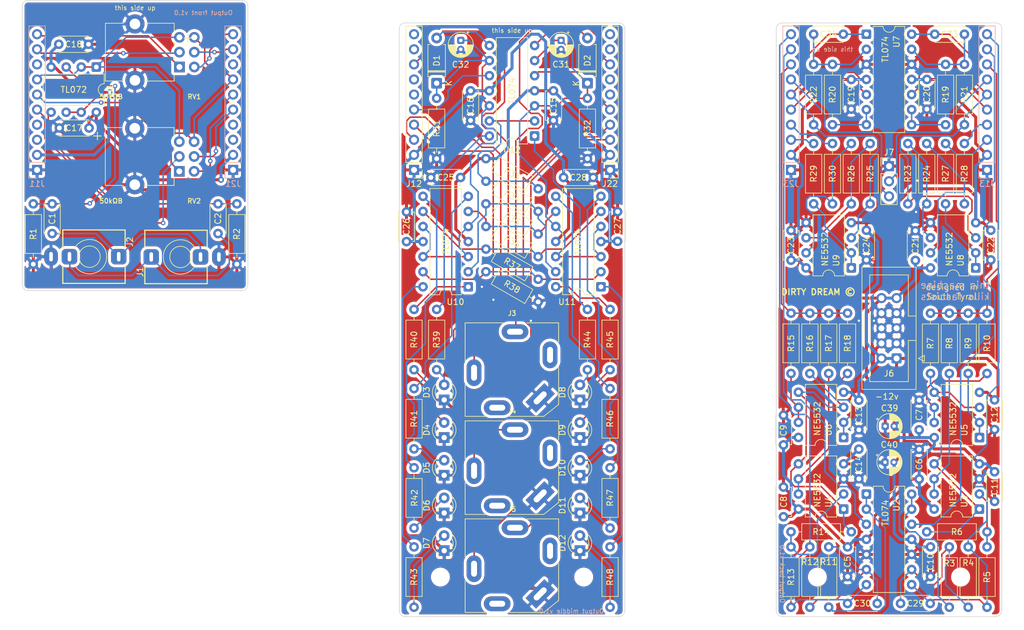
<source format=kicad_pcb>
(kicad_pcb (version 20241229) (generator "pcbnew") (generator_version "9.0")
  (title_block (title "Output") (date "2024-05-07") (rev "v1.2.1") (company "Free Modular"))
  (layers (0 "F.Cu" signal) (2 "B.Cu" signal) (13 "F.Paste" user) (15 "B.Paste" user) (5 "F.SilkS" user "F.Silkscreen") (7 "B.SilkS" user "B.Silkscreen") (1 "F.Mask" user) (3 "B.Mask" user) (25 "Edge.Cuts" user))
  (net 0 "")
  (net 1 "Net-(C1-Pad1)")
  (net 2 "Net-(C2-Pad1)")
  (net 3 "/Headphone Amp/POT_L_1")
  (net 4 "/Headphone Amp/POT_R_1")
  (net 5 "Net-(U2B--)")
  (net 6 "/GND_REAR")
  (net 7 "Net-(U2D--)")
  (net 8 "/+12v_REAR")
  (net 9 "Net-(U1A-+)")
  (net 10 "/-12v_REAR")
  (net 11 "/+12v_MAIN")
  (net 12 "Net-(U7B--)")
  (net 13 "/-12v_MAIN")
  (net 14 "Net-(U7D--)")
  (net 15 "/Line Level Amp/POT_L_1")
  (net 16 "Net-(D2-K)")
  (net 17 "Net-(D1-K)")
  (net 18 "Net-(D1-A)")
  (net 19 "Net-(D2-A)")
  (net 20 "Net-(D3-A)")
  (net 21 "Net-(D4-A)")
  (net 22 "Net-(D5-A)")
  (net 23 "Net-(D6-A)")
  (net 24 "Net-(D7-A)")
  (net 25 "Net-(D8-A)")
  (net 26 "Net-(D9-A)")
  (net 27 "Net-(D10-A)")
  (net 28 "/Headphone Amp/L_OUTPUT")
  (net 29 "/Headphone Amp/R_OUTPUT")
  (net 30 "/IO Board/L_IN")
  (net 31 "/IO Board/LINE_POT_L2")
  (net 32 "/IO Board/LINE_POT_L1")
  (net 33 "Net-(U1B-+)")
  (net 34 "/IO Board/HP_POT_L2")
  (net 35 "/IO Board/HP_POT_L1")
  (net 36 "/IO Board/R_IN")
  (net 37 "/IO Board/LINE_POT_R2")
  (net 38 "Net-(U2A--)")
  (net 39 "Net-(U3A--)")
  (net 40 "Net-(U3B-+)")
  (net 41 "Net-(U3B--)")
  (net 42 "Net-(U5A--)")
  (net 43 "Net-(U5B--)")
  (net 44 "Net-(U2C--)")
  (net 45 "Net-(U4A--)")
  (net 46 "Net-(U4B-+)")
  (net 47 "Net-(U6B--)")
  (net 48 "Net-(U6A--)")
  (net 49 "Net-(U4B--)")
  (net 50 "Net-(U7A--)")
  (net 51 "Net-(U7C--)")
  (net 52 "Net-(U8B--)")
  (net 53 "Net-(R24-Pad2)")
  (net 54 "Net-(U9B--)")
  (net 55 "Net-(R26-Pad2)")
  (net 56 "Net-(U8A--)")
  (net 57 "Net-(U9A--)")
  (net 58 "/IO Board/LINE_POT_R1")
  (net 59 "/GND_MAIN")
  (net 60 "/IO Board/HP_POT_R2")
  (net 61 "/IO Board/HP_POT_R1")
  (net 62 "/+12v_FRONT")
  (net 63 "Net-(R39-Pad1)")
  (net 64 "Net-(R40-Pad1)")
  (net 65 "Net-(R41-Pad1)")
  (net 66 "Net-(R42-Pad1)")
  (net 67 "Net-(R43-Pad1)")
  (net 68 "Net-(R44-Pad1)")
  (net 69 "Net-(R45-Pad1)")
  (net 70 "/Line Level Amp/POT_R_1")
  (net 71 "/GND_FRONT")
  (net 72 "/-12v_FRONT")
  (net 73 "/LINE_POT_L2")
  (net 74 "Net-(D11-A)")
  (net 75 "Net-(D12-A)")
  (net 76 "/LINE_POT_R2")
  (net 77 "Net-(J12-Pin_4)")
  (net 78 "Net-(J12-Pin_3)")
  (net 79 "/HP_OUT_L")
  (net 80 "/HP_OUT_R")
  (net 81 "/Line Level Amp/L_OUT_INVERSE")
  (net 82 "/Line Level Amp/L_OUT_POSITIVE")
  (net 83 "/Line Level Amp/POT_L_2")
  (net 84 "/Headphone Amp/POT_L_2")
  (net 85 "/Line Level Amp/R_OUT_INVERSE")
  (net 86 "/Line Level Amp/R_OUT_POSITIVE")
  (net 87 "/Line Level Amp/POT_R_2")
  (net 88 "/Headphone Amp/POT_R_2")
  (net 89 "/Volume Meter/+6dbu_REF")
  (net 90 "/Volume Meter/+3dbu_REF")
  (net 91 "/Volume Meter/0dbu_REF")
  (net 92 "/Volume Meter/-18dbu_REF")
  (net 93 "Net-(J22-Pin_4)")
  (net 94 "Net-(J22-Pin_3)")
  (net 95 "/IN_L_REAR")
  (net 96 "/IN_R_REAR")
  (net 111 "/Volume Meter/-9dbu_REF")
  (net 112 "Net-(R46-Pad1)")
  (net 113 "Net-(R47-Pad1)")
  (net 114 "Net-(R48-Pad1)")
  (footprint "Eurorack:Potentiometer_Alpha_RD902F-40-00D_Dual_Vertical_CircularHoles_centered" (layer "F.Cu") (at 77.86 65.615 180)
    (property "Reference" "RV2")
    (property "Value" "50kΩB")
  )
  (footprint "Capacitor_THT:C_Disc_D4.7mm_W2.5mm_P5.00mm" (layer "F.Cu") (at 197.925 136.38 90)
    (property "Reference" "C5")
    (property "Value" "100nF")
  )
  (footprint "Resistor_THT:R_Axial_DIN0207_L6.3mm_D2.5mm_P10.16mm_Horizontal" (layer "F.Cu") (at 124.9 104.71 -90)
    (property "Reference" "R41")
    (property "Value" "10kΩ")
  )
  (footprint "MountingHole:MountingHole_2.7mm_M2.5" (layer "F.Cu") (at 129.345 136.46)
    (property "Reference" "H2" (hide yes))
    (property "Value" "MountingHole")
  )
  (footprint "Resistor_THT:R_Axial_DIN0207_L6.3mm_D2.5mm_P10.16mm_Horizontal" (layer "F.Cu") (at 211.895 102.17 90)
    (property "Reference" "R7")
    (property "Value" "10Ω")
  )
  (footprint "Resistor_THT:R_Axial_DIN0207_L6.3mm_D2.5mm_P10.16mm_Horizontal" (layer "F.Cu") (at 215.07 102.17 90)
    (property "Reference" "R8")
    (property "Value" "10Ω")
  )
  (footprint "Resistor_THT:R_Axial_DIN0207_L6.3mm_D2.5mm_P10.16mm_Horizontal" (layer "F.Cu") (at 137.010591 77.405 -30)
    (property "Reference" "R36")
    (property "Value" "2.4kΩ")
  )
  (footprint "Resistor_THT:R_Axial_DIN0207_L6.3mm_D2.5mm_P10.16mm_Horizontal" (layer "F.Cu") (at 137.010591 65.975 -30)
    (property "Reference" "R33")
    (property "Value" "33kΩ")
  )
  (footprint "Eurorack:Jack_3.5mm_QingPu_WQP-PJ398SM_Vertical" (layer "F.Cu") (at 85.555 82.54 90)
    (property "Reference" "J1")
    (property "Value" "AudioJack2_SwitchT")
  )
  (footprint "Eurorack:Potentiometer_Alpha_RD902F-40-00D_Dual_Vertical_CircularHoles_centered" (layer "F.Cu") (at 77.885 48.04 180)
    (property "Reference" "RV1")
    (property "Value" "50kΩB")
  )
  (footprint "Package_DIP:DIP-8_W7.62mm" (layer "F.Cu") (at 197.27 125.01 180)
    (property "Reference" "U4")
    (property "Value" "NE5532")
  )
  (footprint "LED_THT:LED_D3.0mm_Clear" (layer "F.Cu") (at 129.98 106.615 90)
    (property "Reference" "D3")
    (property "Value" "RED")
  )
  (footprint "Resistor_THT:R_Axial_DIN0207_L6.3mm_D2.5mm_P10.16mm_Horizontal" (layer "F.Cu") (at 191.575 102.17 90)
    (property "Reference" "R16")
    (property "Value" "10Ω")
  )
  (footprint "Capacitor_THT:C_Disc_D4.7mm_W2.5mm_P5.00mm" (layer "F.Cu") (at 198.55 57.64 90)
    (property "Reference" "C19")
    (property "Value" "100nF")
  )
  (footprint "Resistor_THT:R_Axial_DIN0207_L6.3mm_D2.5mm_P10.16mm_Horizontal" (layer "F.Cu") (at 157.92 118.045 -90)
    (property "Reference" "R47")
    (property "Value" "10kΩ")
  )
  (footprint "Capacitor_THT:C_Disc_D4.7mm_W2.5mm_P5.00mm" (layer "F.Cu") (at 187.13 109.195 -90)
    (property "Reference" "C9")
    (property "Value" "100nF")
  )
  (footprint "Resistor_THT:R_Axial_DIN0207_L6.3mm_D2.5mm_P10.16mm_Horizontal" (layer "F.Cu") (at 137.010591 73.595 -30)
    (property "Reference" "R35")
    (property "Value" "1.5kΩ")
  )
  (footprint "Capacitor_THT:C_Disc_D4.7mm_W2.5mm_P5.00mm" (layer "F.Cu") (at 187.13 121.3 -90)
    (property "Reference" "C8")
    (property "Value" "100nF")
  )
  (footprint "Resistor_THT:R_Axial_DIN0207_L6.3mm_D2.5mm_P10.16mm_Horizontal" (layer "F.Cu") (at 195.385 60.26 90)
    (property "Reference" "R20")
    (property "Value" "20kΩ")
  )
  (footprint "Resistor_THT:R_Axial_DIN0207_L6.3mm_D2.5mm_P10.16mm_Horizontal" (layer "F.Cu") (at 137.010591 69.785 -30)
    (property "Reference" "R34")
    (property "Value" "2.2kΩ")
  )
  (footprint "Resistor_THT:R_Axial_DIN0207_L6.3mm_D2.5mm_P10.16mm_Horizontal" (layer "F.Cu") (at 218.245 102.17 90)
    (property "Reference" "R9")
    (property "Value" "10Ω")
  )
  (footprint "Resistor_THT:R_Axial_DIN0207_L6.3mm_D2.5mm_P10.16mm_Horizontal" (layer "F.Cu") (at 208.085 73.595 90)
    (property "Reference" "R23")
    (property "Value" "10kΩ")
  )
  (footprint "MountingHole:MountingHole_2.7mm_M2.5" (layer "F.Cu") (at 192.845 136.46)
    (property "Reference" "H3" (hide yes))
    (property "Value" "MountingHole")
  )
  (footprint "Resistor_THT:R_Axial_DIN0207_L6.3mm_D2.5mm_P10.16mm_Horizontal" (layer "F.Cu") (at 217.61 50.1 -90)
    (property "Reference" "R21")
    (property "Value" "10kΩ")
  )
  (footprint "Resistor_THT:R_Axial_DIN0207_L6.3mm_D2.5mm_P10.16mm_Horizontal" (layer "F.Cu") (at 197.925 102.17 90)
    (property "Reference" "R18")
    (property "Value" "10Ω")
  )
  (footprint "Capacitor_THT:C_Disc_D4.7mm_W2.5mm_P5.00mm" (layer "F.Cu") (at 209.99 106.655 -90)
    (property "Reference" "C7")
    (property "Value" "100nF")
  )
  (footprint "Resistor_THT:R_Axial_DIN0207_L6.3mm_D2.5mm_P10.16mm_Horizontal" (layer "F.Cu") (at 157.92 131.38 -90)
    (property "Reference" "R48")
    (property "Value" "10kΩ")
  )
  (footprint "Resistor_THT:R_Axial_DIN0207_L6.3mm_D2.5mm_P10.16mm_Horizontal" (layer "F.Cu") (at 60.765 73.595 -90)
    (property "Reference" "R1")
    (property "Value" "100kΩ")
  )
  (footprint "Diode_THT:D_A-405_P7.62mm_Horizontal" (layer "F.Cu") (at 154.11 53.275 90)
    (property "Reference" "D2")
    (property "Value" "1N4148")
  )
  (footprint "Capacitor_THT:C_Disc_D4.7mm_W2.5mm_P5.00mm" (layer "F.Cu") (at 211.29 52.64 -90)
    (property "Reference" "C20")
    (property "Value" "100nF")
  )
  (footprint "Capacitor_THT:C_Disc_D4.7mm_W2.5mm_P5.00mm" (layer "F.Cu") (at 206.855 140.905)
    (property "Reference" "C29")
    (property "Value" "100pF")
  )
  (footprint "Resistor_THT:R_Axial_DIN0207_L6.3mm_D2.5mm_P10.16mm_Horizontal" (layer "F.Cu") (at 188.4 128.84)
    (property "Reference" "R14")
    (property "Value" "10kΩ")
  )
  (footprint "Capacitor_THT:C_Disc_D4.7mm_W2.5mm_P5.00mm" (layer "F.Cu") (at 63.94 78.595 90)
    (property "Reference" "C1")
    (property "Value" "150nF")
  )
  (footprint "Connector_PinHeader_2.54mm:PinHeader_1x10_P2.54mm_Vertical" (layer "F.Cu") (at 124.9 67.88 180)
    (property "Reference" "J12")
    (property "Value" "Conn_01x10_Socket")
  )
  (footprint "Capacitor_THT:C_Disc_D4.7mm_W2.5mm_P5.00mm" (layer "F.Cu") (at 132.734 69.15 180)
    (property "Reference" "C25")
    (property "Value" "100nF")
  )
  (footprint "Resistor_THT:R_Axial_DIN0207_L6.3mm_D2.5mm_P10.16mm_Horizontal" (layer "F.Cu") (at 217.61 73.595 90)
    (property "Reference" "R28")
    (property "Value" "100Ω")
  )
  (footprint "Capacitor_THT:C_Disc_D4.7mm_W2.5mm_P5.00mm" (layer "F.Cu") (at 209.99 114.95 -90)
    (property "Reference" "C6")
    (property "Value" "100nF")
  )
  (footprint "Resistor_THT:R_Axial_DIN0207_L6.3mm_D2.5mm_P10.16mm_Horizontal" (layer "F.Cu") (at 154.11 55.815 -90)
    (property "Reference" "R32")
    (property "Value" "22kΩ")
  )
  (footprint "Resistor_THT:R_Axial_DIN0207_L6.3mm_D2.5mm_P10.16mm_Horizontal" (layer "F.Cu") (at 195.385 73.595 90)
    (property "Reference" "R30")
    (property "Value" "100Ω")
  )
  (footprint "Capacitor_THT:C_Disc_D4.7mm_W2.5mm_P5.00mm" (layer "F.Cu") (at 222.69 118.72 -90)
    (property "Reference" "C11")
    (property "Value" "100nF")
  )
  (footprint "LED_THT:LED_D3.0mm_Clear" (layer "F.Cu") (at 129.98 119.315 90)
    (property "Reference" "D5")
    (property "Value" "GREEN")
  )
  (footprint "Connector_PinHeader_2.54mm:PinHeader_1x10_P2.54mm_Vertical" (layer "F.Cu") (at 157.92 67.88 180)
    (property "Reference" "J22")
    (property "Value" "Conn_01x10_Socket")
  )
  (footprint "MountingHole:MountingHole_2.7mm_M2.5" (layer "F.Cu") (at 153.475 136.46)
    (property "Reference" "H1" (hide yes))
    (property "Value" "MountingHole")
  )
  (footprint "Capacitor_THT:C_Disc_D4.7mm_W2.5mm_P5.00mm" (layer "F.Cu") (at 222.69 106.615 -90)
    (property "Reference" "C12")
    (property "Value" "100nF")
  )
  (footprint "Eurorack:Jack_6.35mm_PJ_629HAN_slots" (layer "F.Cu") (at 141.41 118.045)
    (property "Reference" "J4")
    (property "Value" "AudioJack3_SwitchTR")
  )
  (footprint "Resistor_THT:R_Axial_DIN0207_L6.3mm_D2.5mm_P10.16mm_Horizontal" (layer "F.Cu") (at 221.42 102.17 90)
    (property "Reference" "R10")
    (property "Value" "10Ω")
  )
  (footprint "Resistor_THT:R_Axial_DIN0207_L6.3mm_D2.5mm_P10.16mm_Horizontal" (layer "F.Cu") (at 198.56 73.595 90)
    (property "Reference" "R26")
    (property "Value" "10kΩ")
  )
  (footprint "Resistor_THT:R_Axial_DIN0207_L6.3mm_D2.5mm_P10.16mm_Horizontal" (layer "F.Cu") (at 191.575 141.54 90)
    (property "Reference" "R12")
    (property "Value" "10kΩ")
  )
  (footprint "Resistor_THT:R_Axial_DIN0207_L6.3mm_D2.5mm_P10.16mm_Horizontal" (layer "F.Cu") (at 157.92 91.375 -90)
    (property "Reference" "R45")
    (property "Value" "10kΩ")
  )
  (footprint "Resistor_THT:R_Axial_DIN0207_L6.3mm_D2.5mm_P10.16mm_Horizontal" (layer "F.Cu") (at 188.4 102.17 90)
    (property "Reference" "R15")
    (property "Value" "10Ω")
  )
  (footprint "Package_DIP:DIP-14_W7.62mm" (layer "F.Cu") (at 145.21 62.165 180)
    (property "Reference" "U12")
    (property "Value" "TL074")
  )
  (footprint "Capacitor_THT:C_Disc_D4.7mm_W2.5mm_P5.00mm" (layer "F.Cu") (at 148.385 54.545 -90)
    (property "Reference" "C15")
    (property "Value" "100nF")
  )
  (footprint "MountingHole:MountingHole_2.7mm_M2.5" (layer "F.Cu") (at 216.975 136.46)
    (property "Reference" "H4" (hide yes))
    (property "Value" "MountingHole")
  )
  (footprint "Capacitor_THT:CP_Radial_D4.0mm_P1.50mm" (layer "F.Cu") (at 132.774 46.06 -90)
    (property "Reference" "C32")
    (property "Value" "10uF")
  )
  (footprint "Resistor_THT:R_Axial_DIN0207_L6.3mm_D2.5mm_P10.16mm_Horizontal" (layer "F.Cu") (at 214.435 60.26 90)
    (property "Reference" "R19")
    (property "Value" "20kΩ")
  )
  (footprint "Capacitor_THT:C_Disc_D4.7mm_W2.5mm_P5.00mm" (layer "F.Cu") (at 123.63 74.945 -90)
    (property "Reference" "C26")
    (property "Value" "100nF")
  )
  (footprint "Capacitor_THT:C_Disc_D4.7mm_W2.5mm_P5.00mm" (layer "F.Cu") (at 222.055 78.04 -90)
    (property "Reference" "C22")
    (property "Value" "100nF")
  )
  (footprint "Package_DIP:DIP-8_W7.62mm" (layer "F.Cu") (at 197.27 112.945 180)
    (property "Reference" "U6")
    (property "Value" "NE5532")
  )
  (footprint "Resistor_THT:R_Axial_DIN0207_L6.3mm_D2.5mm_P10.16mm_Horizontal" (layer "F.Cu") (at 128.71 91.375 -90)
    (property "Reference" "R39")
    (property "Value" "10kΩ")
  )
  (footprint "Resistor_THT:R_Axial_DIN0207_L6.3mm_D2.5mm_P10.16mm_Horizontal" (layer "F.Cu") (at 157.92 104.71 -90)
    (property "Reference" "R46")
    (property "Value" "10kΩ")
  )
  (footprint "Resistor_THT:R_Axial_DIN0207_L6.3mm_D2.5mm_P10.16mm_Horizontal" (layer "F.Cu") (at 95.055 73.595 -90)
    (property "Reference" "R2")
    (property "Value" "100kΩ")
  )
  (footprint "Resistor_THT:R_Axial_DIN0207_L6.3mm_D2.5mm_P10.16mm_Horizontal" (layer "F.Cu") (at 124.9 131.38 -90)
    (property "Reference" "R43")
    (property "Value" "10kΩ")
  )
  (footprint "Capacitor_THT:C_Disc_D4.7mm_W2.5mm_P5.00mm" (layer "F.Cu") (at 188.4 78.08 -90)
    (property "Reference" "C23")
    (property "Value" "100nF")
  )
  (footprint "Resistor_THT:R_Axial_DIN0207_L6.3mm_D2.5mm_P10.16mm_Horizontal" (layer "F.Cu") (at 215.07 141.54 90)
    (property "Reference" "R3")
    (property "Value" "20kΩ")
  )
  (footprint "Resistor_THT:R_Axial_DIN0207_L6.3mm_D2.5mm_P10.16mm_Horizontal" (layer "F.Cu") (at 201.735 73.595 90)
    (property "Reference" "R25")
    (property "Value" "10kΩ")
  )
  (footprint "LED_THT:LED_D3.0mm_Clear" (layer "F.Cu") (at 152.84 119.315 90)
    (property "Reference" "D10")
    (property "Value" "GREEN")
  )
  (footprint "Connector_PinHeader_2.54mm:PinHeader_1x03_P2.54mm_Vertical" (layer "F.Cu") (at 204.91 67.245)
    (property "Reference" "J7")
    (property "Value" "Conn_01x03_Socket")
  )
  (footprint "Resistor_THT:R_Axial_DIN0207_L6.3mm_D2.5mm_P10.16mm_Horizontal" (layer "F.Cu") (at 188.4 141.54 90)
    (property "Reference" "R13")
    (property "Value" "10kΩ")
  )
  (footprint "Capacitor_THT:C_Disc_D4.7mm_W2.5mm_P5.00mm" (layer "F.Cu") (at 134.425 59.545 90)
    (property "Reference" "C16")
    (property "Value" "100nF")
  )
  (footprint "LED_THT:LED_D3.0mm_Clear" (layer "F.Cu") (at 129.98 132.015 90)
    (property "Reference" "D7")
    (property "Value" "GREEN")
  )
  (footprint "Capacitor_THT:C_Disc_D4.7mm_W2.5mm_P5.00mm" (layer "F.Cu") (at 202.925 140.905 180)
    (property "Reference" "C30")
    (property "Value" "100pF")
  )
  (footprint "LED_THT:LED_D3.0mm_Clear" (layer "F.Cu") (at 129.98 112.965 90)
    (property "Reference" "D4")
    (property "Value" "AMBER")
  )
  (footprint "Package_DIP:DIP-14_W7.62mm" (layer "F.Cu") (at 134.034 87.57 180)
    (property "Reference" "U10")
    (property "Value" "TL074")
  )
  (footprint "Capacitor_THT:C_Disc_D4.7mm_W2.5mm_P5.00mm" (layer "F.Cu") (at 211.895 131.38 -90)
    (property "Reference" "C10")
    (property "Value" "100nF")
  )
  (footprint "Capacitor_THT:C_Disc_D4.7mm_W2.5mm_P5.00mm" (layer "F.Cu") (at 217.61 45.02 180)
    (property "Reference" "C33")
    (property "Value" "100pF")
  )
  (footprint "Package_DIP:DIP-14_W7.62mm" (layer "F.Cu") (at 201.1 45.02)
    (property "Reference" "U7")
    (property "Value" "TL074")
  )
  (footprint "LED_THT:LED_D3.0mm_Clear" (layer "F.Cu") (at 152.84 112.965 90)
    (property "Reference" "D9")
    (property "Value" "AMBER")
  )
  (footprint "Resistor_THT:R_Axial_DIN0207_L6.3mm_D2.5mm_P10.16mm_Horizontal" (layer "F.Cu") (at 194.75 141.54 90)
    (property "Reference" "R11")
    (property "Value" "20kΩ")
  )
  (footprint "Resistor_THT:R_Axial_DIN0207_L6.3mm_D2.5mm_P10.16mm_Horizontal" (layer "F.Cu") (at 124.9 118.045 -90)
    (property "Reference" "R42")
    (property "Value" "10kΩ")
  )
  (footprint "Package_DIP:DIP-14_W7.62mm" (layer "F.Cu") (at 201.1 122.49)
    (property "Reference" "U2")
    (property "Value" "TL074")
  )
  (footprint "Resistor_THT:R_Axial_DIN0207_L6.3mm_D2.5mm_P10.16mm_Horizontal" (layer "F.Cu") (at 192.21 50.1 -90)
    (property "Reference" "R22")
    (property "Value" "10kΩ")
  )
  (footprint "Resistor_THT:R_Axial_DIN0207_L6.3mm_D2.5mm_P10.16mm_Horizontal" (layer "F.Cu") (at 211.26 73.595 90)
    (property "Reference" "R24")
    (property "Value" "10kΩ")
  )
  (footprint "Capacitor_THT:C_Disc_D4.7mm_W2.5mm_P5.00mm" (layer "F.Cu") (at 159.19 79.905 90)
    (property "Reference" "C27")
    (property "Value" "100nF")
  )
  (footprint "Package_DIP:DIP-8_W7.62mm" (layer "F.Cu") (at 220.13 125.01 180)
    (property "Reference" "U3")
    (property "Value" "NE5532")
  )
  (footprint "Resistor_THT:R_Axial_DIN0207_L6.3mm_D2.5mm_P10.16mm_Horizontal" (layer "F.Cu") (at 192.21 73.595 90)
    (property "Reference" "R29")
    (property "Value" "100Ω")
  )
  (footprint "Resistor_THT:R_Axial_DIN0207_L6.3mm_D2.5mm_P10.16mm_Horizontal" (layer "F.Cu") (at 137.010591 85.025 -30)
    (property "Reference" "R38")
    (property "Value" "470Ω")
  )
  (footprint "Eurorack:Jack_6.35mm_PJ_629HAN_slots" (layer "F.Cu") (at 141.41 101.535)
    (property "Reference" "J3")
    (property "Value" "AudioJack3_SwitchTR")
  )
  (footprint "Resistor_THT:R_Axial_DIN0207_L6.3mm_D2.5mm_P10.16mm_Horizontal" (layer "F.Cu") (at 124.9 91.375 -90)
    (property "Reference" "R40")
    (property "Value" "10kΩ")
  )
  (footprint "Capacitor_THT:C_Disc_D4.7mm_W2.5mm_P5.00mm" (layer "F.Cu") (at 70.16 60.815 180)
    (property "Reference" "C17")
    (property "Value" "100nF")
  )
  (footprint "Connector_IDC:IDC-Header_2x05_P2.54mm_Vertical" (layer "F.Cu") (at 206.18 99.63 180)
    (property "Reference" "J6")
    (property "Value" "Conn_02x05_Odd_Even")
  )
  (footprint "Capacitor_THT:CP_Radial_D4.0mm_P1.50mm" (layer "F.Cu") (at 204.262401 111.04)
    (property "Reference" "C39")
    (property "Value" "10uF")
  )
  (footprint "Package_DIP:DIP-8_W7.62mm" (layer "F.Cu") (at 198.56 84.39 180)
    (property "Reference" "U9")
    (property "Value" "NE5532")
  )
  (footprint "Capacitor_THT:C_Disc_D4.7mm_W2.5mm_P5.00mm" (layer "F.Cu") (at 209.355 78.12 -90)
    (property "Reference" "C21")
    (property "Value" "100nF")
  )
  (footprint "Resistor_THT:R_Axial_DIN0207_L6.3mm_D2.5mm_P10.16mm_Horizontal" (layer "F.Cu") (at 137.010591 81.215 -30)
    (property "Reference" "R37")
    (property "Value" "820Ω")
  )
  (footprint "Capacitor_THT:C_Disc_D4.7mm_W2.5mm_P5.00mm" (layer "F.Cu") (at 70.06 46.715 180)
    (property "Reference" "C18")
    (property "Value" "100nF")
  )
  (footprint "Capacitor_THT:C_Disc_D4.7mm_W2.5mm_P5.00mm" (layer "F.Cu") (at 201.1 78.04 -90)
    (property "Reference" "C24")
    (property "Value" "100nF")
  )
  (footprint "Eurorack:Jack_3.5mm_QingPu_WQP-PJ398SM_Vertical" (layer "F.Cu") (at 70.235 82.49 -90)
    (property "Reference" "J2")
    (property "Value" "AudioJack2_SwitchT")
  )
  (footprint "LED_THT:LED_D3.0mm_Clear" (layer "F.Cu") (at 129.98 125.665 90)
    (property "Reference" "D6")
    (property "Value" "GREEN")
  )
  (footprint "Capacitor_THT:C_Disc_D4.7mm_W2.5mm_P5.00mm" (layer "F.Cu") (at 199.83 114.91 -90)
    (property "Reference" "C14")
    (property "Value" "100nF")
  )
  (footprint "Capacitor_THT:C_Disc_D4.7mm_W2.5mm_P5.00mm" (layer "F.Cu") (at 91.88 78.595 90)
    (property "Reference" "C2")
    (property "Value" "150nF")
  )
  (footprint "Package_DIP:DIP-14_W7.62mm" (layer "F.Cu") (at 156.386 87.565 180)
    (property "Reference" "U11")
    (property "Value" "TL074")
  )
  (footprint "Diode_THT:D_A-405_P7.62mm_Horizontal" (layer "F.Cu") (at 128.71 53.275 90)
    (property "Reference" "D1")
    (property "Value" "1N4148")
  )
  (footprint "Resistor_THT:R_Axial_DIN0207_L6.3mm_D2.5mm_P10.16mm_Horizontal" (layer "F.Cu") (at 218.245 141.54 90)
    (property "Reference" "R4")
    (property "Value" "10kΩ")
  )
  (footprint "Package_DIP:DIP-8_W7.62mm" (layer "F.Cu") (at 220.15 112.965 180)
    (property "Reference" "U5")
    (property "Value" "NE5532")
  )
  (footprint "Capacitor_THT:C_Disc_D4.7mm_W2.5mm_P5.00mm" (layer "F.Cu") (at 199.83 106.655 -90)
    (property "Reference" "C13")
    (property "Value" "100nF")
  )
  (footprint "Capacitor_THT:C_Disc_D4.7mm_W2.5mm_P5.00mm" (layer "F.Cu") (at 155.086 69.15 180)
    (property "Reference" "C28")
    (property "Value" "100nF")
  )
  (footprint "Resistor_THT:R_Axial_DIN0207_L6.3mm_D2.5mm_P10.16mm_Horizontal" (layer "F.Cu") (at 154.11 91.375 -90)
    (property "Reference" "R44")
    (property "Value" "10kΩ")
  )
  (footprint "Resistor_THT:R_Axial_DIN0207_L6.3mm_D2.5mm_P10.16mm_Horizontal" (layer "F.Cu") (at 128.71 55.815 -90)
    (property "Reference" "R31")
    (property "Value" "22kΩ")
  )
  (footprint "LED_THT:LED_D3.0mm_Clear" (layer "F.Cu") (at 152.84 106.615 90)
    (property "Reference" "D8")
    (property "Value" "RED")
  )
  (footprint "Resistor_THT:R_Axial_DIN0207_L6.3mm_D2.5mm_P10.16mm_Horizontal" (layer "F.Cu") (at 221.42 128.84 180)
    (property "Reference" "R6")
    (property "Value" "10kΩ")
  )
  (footprint "LED_THT:LED_D3.0mm_Clear" (layer "F.Cu") (at 152.84 132.015 90)
    (property "Reference" "D12")
    (property "Value" "GREEN")
  )
  (footprint "Resistor_THT:R_Axial_DIN0207_L6.3mm_D2.5mm_P10.16mm_Horizontal" (layer "F.Cu") (at 214.435 73.595 90)
    (property "Reference" "R27")
    (property "Value" "100Ω")
  )
  (footprint "Eurorack:Jack_6.35mm_PJ_629HAN_slots" (layer "F.Cu") (at 141.41 134.555)
    (property "Reference" "J5")
    (property "Value" "AudioJack3_SwitchTR")
  )
  (footprint "Capacitor_THT:C_Disc_D4.7mm_W2.5mm_P5.00mm" (layer "F.Cu") (at 192.21 45.02)
    (property "Reference" "C34")
    (property "Value" "100pF")
  )
  (footprint "Resistor_THT:R_Axial_DIN0207_L6.3mm_D2.5mm_P10.16mm_Horizontal" (layer "F.Cu") (at 221.42 141.54 90)
    (property "Reference" "R5")
    (property "Value" "10kΩ")
  )
  (footprint "Package_DIP:DIP-8_W7.62mm" (layer "F.Cu") (at 219.515 84.39 180)
    (property "Reference" "U8")
    (property "Value" "NE5532")
  )
  (footprint "LED_THT:LED_D3.0mm_Clear" (layer "F.Cu") (at 152.84 125.665 90)
    (property "Reference" "D11")
    (property "Value" "GREEN")
  )
  (footprint "Capacitor_THT:CP_Radial_D4.0mm_P1.50mm" (layer "F.Cu") (at 204.237401 117.115)
    (property "Reference" "C40")
    (property "Value" "10uF")
  )
  (footprint "Capacitor_THT:CP_Radial_D4.0mm_P1.50mm" (layer "F.Cu") (at 149.665 46.06 -90)
    (property "Reference" "C31")
    (property "Value" "10uF")
  )
  (footprint "Package_DIP:DIP-8_W7.62mm" (layer "F.Cu") (at 71.38 50.545 -90)
    (property "Reference" "U1")
    (property "Value" "TL072")
  )
  (footprint "Resistor_THT:R_Axial_DIN0207_L6.3mm_D2.5mm_P10.16mm_Horizontal" (layer "F.Cu") (at 194.75 102.17 90)
    (property "Reference" "R17")
    (property "Value" "10Ω")
  )
  (footprint "Connector_PinHeader_2.54mm:PinHeader_1x10_P2.54mm_Vertical" (layer "B.Cu") (at 221.42 67.88)
    (property "Reference" "J13")
    (property "Value" "Conn_01x10_Pin")
  )
  (footprint "Connector_PinHeader_2.54mm:PinHeader_1x10_P2.54mm_Vertical" (layer "B.Cu") (at 61.4 67.88)
    (property "Reference" "J11")
    (property "Value" "Conn_01x10_Pin")
  )
  (footprint "Connector_PinHeader_2.54mm:PinHeader_1x10_P2.54mm_Vertical" (layer "B.Cu") (at 188.4 67.88)
    (property "Reference" "J23")
    (property "Value" "Conn_01x10_Pin")
  )
  (footprint "Connector_PinHeader_2.54mm:PinHeader_1x10_P2.54mm_Vertical" (layer "B.Cu") (at 94.42 67.88)
    (property "Reference" "J21")
    (property "Value" "Conn_01x10_Pin")
  )
  (gr_line (start 86.165 45.655) (end 87.435 45.655) (stroke (width 0.15)) (layer "F.SilkS"))
  (gr_line (start 70.925 62.165) (end 72.195 62.165) (stroke (width 0.15)) (layer "F.SilkS"))
  (gr_line (start 71.56 61.53) (end 71.56 62.8) (stroke (width 0.15)) (layer "F.SilkS"))
  (gr_line (start 86.8 45.02) (end 86.8 46.29) (stroke (width 0.15)) (layer "F.SilkS"))
  (gr_line (start 77.91 39.305) (end 71.435 39.305) (stroke (width 0.1)) (layer "Edge.Cuts"))
  (gr_line (start 160.41 44.115001) (end 160.41 142.114999) (stroke (width 0.1)) (layer "Edge.Cuts"))
  (gr_line (start 59.910001 88.2) (end 95.909999 88.2) (stroke (width 0.1)) (layer "Edge.Cuts"))
  (gr_arc (start 185.91 44.115001) (mid 186.202893 43.407893) (end 186.910001 43.115) (stroke (width 0.1)) (layer "Edge.Cuts"))
  (gr_line (start 58.91 40.305001) (end 58.91 87.199999) (stroke (width 0.1)) (layer "Edge.Cuts"))
  (gr_arc (start 223.91 142.114999) (mid 223.617106 142.822106) (end 222.909999 143.115) (stroke (width 0.1)) (layer "Edge.Cuts"))
  (gr_line (start 96.91 40.305001) (end 96.91 87.199999) (stroke (width 0.1)) (layer "Edge.Cuts"))
  (gr_line (start 204.91 43.115) (end 186.910001 43.115) (stroke (width 0.1)) (layer "Edge.Cuts"))
  (gr_arc (start 160.41 142.114999) (mid 160.117106 142.822106) (end 159.409999 143.115) (stroke (width 0.1)) (layer "Edge.Cuts"))
  (gr_arc (start 222.909999 43.115) (mid 223.617106 43.407894) (end 223.91 44.115001) (stroke (width 0.1)) (layer "Edge.Cuts"))
  (gr_arc (start 186.910001 143.115) (mid 186.202893 142.822107) (end 185.91 142.114999) (stroke (width 0.1)) (layer "Edge.Cuts"))
  (gr_line (start 222.909999 43.115) (end 204.91 43.115) (stroke (width 0.1)) (layer "Edge.Cuts"))
  (gr_arc (start 96.91 87.199999) (mid 96.617107 87.907107) (end 95.909999 88.2) (stroke (width 0.1)) (layer "Edge.Cuts"))
  (gr_arc (start 122.41 44.115001) (mid 122.702893 43.407893) (end 123.410001 43.115) (stroke (width 0.1)) (layer "Edge.Cuts"))
  (gr_arc (start 159.409999 43.115) (mid 160.117107 43.407893) (end 160.41 44.115001) (stroke (width 0.1)) (layer "Edge.Cuts"))
  (gr_line (start 159.409999 43.115) (end 141.41 43.115) (stroke (width 0.1)) (layer "Edge.Cuts"))
  (gr_arc (start 95.909999 39.305) (mid 96.617107 39.597893) (end 96.91 40.305001) (stroke (width 0.1)) (layer "Edge.Cuts"))
  (gr_line (start 95.909999 39.305) (end 77.91 39.305) (stroke (width 0.1)) (layer "Edge.Cuts"))
  (gr_line (start 141.41 43.115) (end 123.410001 43.115) (stroke (width 0.1)) (layer "Edge.Cuts"))
  (gr_arc (start 59.910001 88.2) (mid 59.202894 87.907106) (end 58.91 87.199999) (stroke (width 0.1)) (layer "Edge.Cuts"))
  (gr_line (start 123.410001 143.115) (end 159.409999 143.115) (stroke (width 0.1)) (layer "Edge.Cuts"))
  (gr_line (start 223.91 44.115001) (end 223.91 142.114999) (stroke (width 0.1)) (layer "Edge.Cuts"))
  (gr_arc (start 58.91 40.305001) (mid 59.202894 39.597894) (end 59.910001 39.305) (stroke (width 0.1)) (layer "Edge.Cuts"))
  (gr_line (start 185.91 44.115001) (end 185.91 142.114999) (stroke (width 0.1)) (layer "Edge.Cuts"))
  (gr_line (start 71.435 39.305) (end 59.910001 39.305) (stroke (width 0.1)) (layer "Edge.Cuts"))
  (gr_line (start 122.41 44.115001) (end 122.41 142.114999) (stroke (width 0.1)) (layer "Edge.Cuts"))
  (gr_line (start 186.910001 143.115) (end 222.909999 143.115) (stroke (width 0.1)) (layer "Edge.Cuts"))
  (gr_arc (start 123.410001 143.115) (mid 122.702894 142.822106) (end 122.41 142.114999) (stroke (width 0.1)) (layer "Edge.Cuts"))
  (gr_text "designed in\nSouth Tyrol" (at 215.485 89.805 0) (layer "F.SilkS") (effects (font (size 1 1) (thickness 0.125)) (justify bottom)))
  (gr_text "DIRTY DREAM ©" (at 193.01 88.44 0) (layer "F.SilkS") (effects (font (size 1.016 1.016) (thickness 0.2032) (bold yes))))
  (gr_text "this side up" (at 141.41 44.385 0) (layer "F.SilkS") (effects (font (size 0.75 0.75) (thickness 0.1125))))
  (gr_text "this side up" (at 77.91 40.575 0) (layer "F.SilkS") (effects (font (size 0.75 0.75) (thickness 0.1125))))
  (gr_text "-12v" (at 204.55837 106.050911 0) (layer "F.SilkS") (effects (font (size 1 1))))
  (gr_text "Output front v1.0" (at 94.42 41.845 0) (layer "B.SilkS") (effects (font (size 0.75 0.75) (thickness 0.1125)) (justify left bottom mirror)))
  (gr_text "this side up" (at 195.385 47.56 -0) (layer "B.SilkS") (effects (font (size 0.75 0.75) (thickness 0.1125)) (justify mirror)))
  (gr_text "Output middle v1.0" (at 156.96 142.64 0) (layer "B.SilkS") (effects (font (size 0.75 0.75) (thickness 0.1125)) (justify left bottom mirror)))
  (gr_text "Output back v1.0" (at 186.495 140.905 270) (layer "B.SilkS") (effects (font (size 0.75 0.75) (thickness 0.1125)) (justify left bottom mirror)))
  (gr_text "this machine\nkills fascists" (at 216.04493 89.899601 0) (layer "B.SilkS") (effects (font (size 1.2 1.2)) (justify bottom mirror)))
  (segment (start 88.91 80.785) (end 86.8 78.675) (width 0.254) (layer "B.Cu") (net 1))
  (segment (start 63.94 78.595) (end 71.32 78.595) (width 0.254) (layer "B.Cu") (net 1))
  (segment (start 71.32 78.595) (end 75.21 82.485) (width 0.254) (layer "B.Cu") (net 1))
  (segment (start 86.8 78.675) (end 79.02 78.675) (width 0.254) (layer "B.Cu") (net 1))
  (segment (start 88.91 82.485) (end 88.91 80.785) (width 0.254) (layer "B.Cu") (net 1))
  (segment (start 79.02 78.675) (end 75.21 82.485) (width 0.254) (layer "B.Cu") (net 1))
  (segment (start 66.91 84.185) (end 68.385 85.66) (width 0.254) (layer "B.Cu") (net 2))
  (segment (start 93.785 83.755) (end 93.785 80.5) (width 0.254) (layer "B.Cu") (net 2))
  (segment (start 77.435 85.66) (end 80.61 82.485) (width 0.254) (layer "B.Cu") (net 2))
  (segment (start 68.385 85.66) (end 77.435 85.66) (width 0.254) (layer "B.Cu") (net 2))
  (segment (start 66.91 82.485) (end 66.91 84.185) (width 0.254) (layer "B.Cu") (net 2))
  (segment (start 80.61 82.645) (end 83.625 85.66) (width 0.254) (layer "B.Cu") (net 2))
  (segment (start 91.88 85.66) (end 93.785 83.755) (width 0.254) (layer "B.Cu") (net 2))
  (segment (start 80.61 82.485) (end 80.61 82.645) (width 0.254) (layer "B.Cu") (net 2))
  (segment (start 83.625 85.66) (end 91.88 85.66) (width 0.254) (layer "B.Cu") (net 2))
  (segment (start 93.785 80.5) (end 91.88 78.595) (width 0.254) (layer "B.Cu") (net 2))
  (segment (start 220.15 140.27) (end 221.42 141.54) (width 0.254) (layer "F.Cu") (net 3))
  (segment (start 212.49 140.27) (end 220.15 140.27) (width 0.254) (layer "F.Cu") (net 3))
  (segment (start 211.855 140.905) (end 212.49 140.27) (width 0.254) (layer "F.Cu") (net 3))
  (segment (start 223.325 104.075) (end 221.42 105.98) (width 0.254) (layer "B.Cu") (net 3))
  (segment (start 221.42 105.98) (end 221.42 114.235) (width 0.254) (layer "B.Cu") (net 3))
  (segment (start 219.515 121.22) (end 220.785 121.22) (width 0.254) (layer "B.Cu") (net 3))
  (segment (start 220.785 121.22) (end 221.42 121.855) (width 0.254) (layer "B.Cu") (net 3))
  (segment (start 221.42 134.555) (end 221.42 141.54) (width 0.254) (layer "B.Cu") (net 3))
  (segment (start 218.88 116.775) (end 218.88 120.585) (width 0.254) (layer "B.Cu") (net 3))
  (segment (start 221.42 126.935) (end 218.245 130.11) (width 0.254) (layer "B.Cu") (net 3))
  (segment (start 221.42 45.02) (end 223.325 46.925) (width 0.254) (layer "B.Cu") (net 3))
  (segment (start 218.245 131.38) (end 221.42 134.555) (width 0.254) (layer "B.Cu") (net 3))
  (segment (start 208.72 137.73) (end 211.855 140.865) (width 0.254) (layer "B.Cu") (net 3))
  (segment (start 218.88 120.585) (end 219.515 121.22) (width 0.254) (layer "B.Cu") (net 3))
  (segment (start 218.245 130.11) (end 218.245 131.38) (width 0.254) (layer "B.Cu") (net 3))
  (segment (start 223.325 46.925) (end 223.325 104.075) (width 0.254) (layer "B.Cu") (net 3))
  (segment (start 221.42 114.235) (end 218.88 116.775) (width 0.254) (layer "B.Cu") (net 3))
  (segment (start 211.855 140.865) (end 211.855 140.905) (width 0.254) (layer "B.Cu") (net 3))
  (segment (start 221.42 121.855) (end 221.42 126.935) (width 0.254) (layer "B.Cu") (net 3))
  (segment (start 188.4 134.555) (end 188.4 141.54) (width 0.254) (layer "F.Cu") (net 4))
  (segment (start 191.575 131.38) (end 188.4 134.555) (width 0.254) (layer "F.Cu") (net 4))
  (segment (start 189.67 140.27) (end 188.4 141.54) (width 0.254) (layer "B.Cu") (net 4))
  (segment (start 190.851 109.066) (end 191.575 109.79) (width 0.254) (layer "B.Cu") (net 4))
  (segment (start 197.925 140.905) (end 197.29 140.27) (width 0.254) (layer "B.Cu") (net 4))
  (segment (start 186.495 46.925) (end 186.495 105.98) (width 0.254) (layer "B.Cu") (net 4))
  (segment (start 188.4 108.52) (end 188.946 109.066) (width 0.254) (layer "B.Cu") (net 4))
  (segment (start 186.495 105.98) (end 188.4 107.885) (width 0.254) (layer "B.Cu") (net 4))
  (segment (start 188.4 107.885) (end 188.4 108.52) (width 0.254) (layer "B.Cu") (net 4))
  (segment (start 188.4 45.02) (end 186.495 46.925) (width 0.254) (layer "B.Cu") (net 4))
  (segment (start 197.29 140.27) (end 189.67 140.27) (width 0.254) (layer "B.Cu") (net 4))
  (segment (start 188.946 109.066) (end 190.851 109.066) (width 0.254) (layer "B.Cu") (net 4))
  (segment (start 191.575 109.79) (end 191.575 131.38) (width 0.254) (layer "B.Cu") (net 4))
  (segment (start 201.1 137.73) (end 197.925 140.905) (width 0.254) (layer "B.Cu") (net 4))
  (segment (start 192.845 140.27) (end 196.02 140.27) (width 0.254) (layer "F.Cu") (net 5))
  (segment (start 196.02 140.27) (end 201.1 135.19) (width 0.254) (layer "F.Cu") (net 5))
  (segment (start 191.575 141.54) (end 192.845 140.27) (width 0.254) (layer "F.Cu") (net 5))
  (segment (start 201.1 135.19) (end 202.925 137.015) (width 0.254) (layer "B.Cu") (net 5))
  (segment (start 202.925 137.015) (end 202.925 140.905) (width 0.254) (layer "B.Cu") (net 5))
  (segment (start 199.83 135.19) (end 196.02 131.38) (width 0.254) (layer "B.Cu") (net 5))
  (segment (start 196.02 131.38) (end 194.75 131.38) (width 0.254) (layer "B.Cu") (net 5))
  (segment (start 201.1 135.19) (end 199.83 135.19) (width 0.254) (layer "B.Cu") (net 5))
  (segment (start 206.18 92.01) (end 207.538 90.652) (width 0.508) (layer "F.Cu") (net 6))
  (segment (start 203.043 69.127) (end 204.91 67.26) (width 0.508) (layer "F.Cu") (net 6))
  (segment (start 199.195 132.65) (end 197.925 133.92) (width 0.508) (layer "F.Cu") (net 6))
  (segment (start 207.538 79.857) (end 208.4025 78.9925) (width 0.508) (layer "F.Cu") (net 6))
  (segment (start 211.29 57.64) (end 211.29 60.23) (width 0.508) (layer "F.Cu") (net 6))
  (segment (start 211.895 133.92) (end 211.895 136.38) (width 0.508) (layer "F.Cu") (net 6))
  (segment (start 220.13 119.93) (end 220.17 119.93) (width 0.508) (layer "F.Cu") (net 6))
  (segment (start 199.233 130.016792) (end 199.233 132.612) (width 0.508) (layer "F.Cu") (net 6))
  (segment (start 204.91 61.53) (end 204.91 67.245) (width 0.508) (layer "F.Cu") (net 6))
  (segment (start 204.863 114.188) (end 204.275 114.776) (width 0.508) (layer "F.Cu") (net 6))
  (segment (start 204.863 114.188) (end 201.735 111.06) (width 0.508) (layer "F.Cu") (net 6))
  (segment (start 210.789999 115.749999) (end 215.949999 115.749999) (width 0.508) (layer "F.Cu") (net 6))
  (segment (start 220.17 119.93) (end 220.785 119.315) (width 0.508) (layer "F.Cu") (net 6))
  (segment (start 201.773 75.462) (end 203.043 74.192) (width 0.508) (layer "F.Cu") (net 6))
  (segment (start 205.775 111.06) (end 205.775 113.276) (width 0.508) (layer "F.Cu") (net 6))
  (segment (start 188.4 73.595) (end 188.4 71.69) (width 0.508) (layer "F.Cu") (net 6))
  (segment (start 190.94 76.77) (end 190.94 74.865) (width 0.508) (layer "F.Cu") (net 6))
  (segment (start 214.435 83.12) (end 214.435 79.31) (width 0.508) (layer "F.Cu") (net 6))
  (segment (start 188.4 78.08) (end 188.4 76.77) (width 0.508) (layer "F.Cu") (net 6))
  (segment (start 204.91 64.705) (end 204.91 67.26) (width 0.508) (layer "F.Cu") (net 6))
  (segment (start 201.1 132.65) (end 208.72 132.65) (width 0.508) (layer "F.Cu") (net 6))
  (segment (start 207.538 83.763) (end 207.538 83.12) (width 0.508) (layer "F.Cu") (net 6))
  (segment (start 222.69 122.49) (end 222.69 123.72) (width 0.508) (layer "F.Cu") (net 6))
  (segment (start 204.872 61.568) (end 198.598 61.568) (width 0.508) (layer "F.Cu") (net 6))
  (segment (start 202.141815 86.523185) (end 197.518185 86.523185) (width 0.508) (layer "F.Cu") (net 6))
  (segment (start 211.895 67.245) (end 209.726429 67.245) (width 0.508) (layer "F.Cu") (net 6))
  (segment (start 197.925 99.63) (end 188.4 99.63) (width 0.508) (layer "F.Cu") (net 6))
  (segment (start 209.6984 67.216971) (end 209.670371 67.245) (width 0.508) (layer "F.Cu") (net 6))
  (segment (start 190.94 74.865) (end 189.67 73.595) (width 0.508) (layer "F.Cu") (net 6))
  (segment (start 200.149132 75.462) (end 201.773 75.462) (width 0.508) (layer "F.Cu") (net 6))
  (segment (start 210.625 132.65) (end 211.895 133.92) (width 0.508) (layer "F.Cu") (net 6))
  (segment (start 200.149132 72.644132) (end 199.195 71.69) (width 0.508) (layer "F.Cu") (net 6))
  (segment (start 205.775 105.575) (end 205.775 111.06) (width 0.508) (layer "F.Cu") (net 6))
  (segment (start 196.655 85.66) (end 196.655 76.73) (width 0.508) (layer "F.Cu") (net 6))
  (segment (start 222.69 116.775) (end 222.69 111.615) (width 0.508) (layer "F.Cu") (net 6))
  (segment (start 188.4 71.69) (end 188.4 67.88) (width 0.508) (layer "F.Cu") (net 6))
  (segment (start 201.1 83.04) (end 203.64 83.04) (width 0.508) (layer "F.Cu") (net 6))
  (segment (start 198.009999 120.669999) (end 199.030001 120.669999) (width 0.508) (layer "F.Cu") (net 6))
  (segment (start 203.64 97.09) (end 202.282 98.448) (width 0.508) (layer "F.Cu") (net 6))
  (segment (start 197.27 119.93) (end 198.009999 120.669999) (width 0.508) (layer "F.Cu") (net 6))
  (segment (start 209.99 114.95) (end 210.789999 115.749999) (width 0.508) (layer "F.Cu") (net 6))
  (segment (start 200.149132 75.462) (end 200.149132 72.644132) (width 0.508) (layer "F.Cu") (net 6))
  (segment (start 199.233 132.612) (end 199.195 132.65) (width 0.508) (layer "F.Cu") (net 6))
  (segment (start 220.785 118.68) (end 222.69 116.775) (width 0.508) (layer "F.Cu") (net 6))
  (segment (start 188.438 114.832) (end 187.13 116.14) (width 0.508) (layer "F.Cu") (net 6))
  (segment (start 187.092 109.157) (end 187.13 109.195) (width 0.508) (layer "F.Cu") (net 6))
  (segment (start 201.1 50.1) (end 204.91 50.1) (width 0.508) (layer "F.Cu") (net 6))
  (segment (start 209.726429 67.245) (end 209.6984 67.216971) (width 0.508) (layer "F.Cu") (net 6))
  (segment (start 215.949999 115.749999) (end 220.13 119.93) (width 0.508) (layer "F.Cu") (net 6))
  (segment (start 197.29 58.9) (end 198.55 57.64) (width 0.508) (layer "F.Cu") (net 6))
  (segment (start 217.61 86.295) (end 214.435 83.12) (width 0.508) (layer "F.Cu") (net 6))
  (segment (start 203.64 83.04) (end 203.64 85.025) (width 0.508) (layer "F.Cu") (net 6))
  (segment (start 209.952 61.568) (end 204.872 61.568) (width 0.508) (layer "F.Cu") (net 6))
  (segment (start 199.195 71.69) (end 188.4 71.69) (width 0.508) (layer "F.Cu") (net 6))
  (segment (start 207.538 90.652) (end 207.538 83.763) (width 0.508) (layer "F.Cu") (net 6))
  (segment (start 199.868 129.381792) (end 199.233 130.016792) (width 0.508) (layer "F.Cu") (net 6))
  (segment (start 210.705 76.77) (end 209.355 78.12) (width 0.508) (layer "F.Cu") (net 6))
  (segment (start 222.055 83.04) (end 222.055 84.466) (width 0.508) (layer "F.Cu") (net 6))
  (segment (start 197.29 60.26) (end 197.29 58.9) (width 0.508) (layer "F.Cu") (net 6))
  (segment (start 203.64 85.025) (end 202.141815 86.523185) (width 0.508) (layer "F.Cu") (net 6))
  (segment (start 209.670371 67.245) (end 204.91 67.245) (width 0.508) (layer "F.Cu") (net 6))
  (segment (start 199.030001 127.460209) (end 199.868 128.298208) (width 0.508) (layer "F.Cu") (net 6))
  (segment (start 209.275 78.12) (end 208.4025 78.9925) (width 0.508) (layer "F.Cu") (net 6))
  (segment (start 201.735 111.06) (end 201.735 105.345) (width 0.508) (layer "F.Cu") (net 6))
  (segment (start 212.53 67.88) (end 211.895 67.245) (width 0.508) (layer "F.Cu") (net 6))
  (segment (start 211.895 76.77) (end 210.705 76.77) (width 0.508) (layer "F.Cu") (net 6))
  (segment (start 214.435 79.31) (end 211.895 76.77) (width 0.508) (layer "F.Cu") (net 6))
  (segment (start 201.735 105.345) (end 199.83 103.44) (width 0.508) (layer "F.Cu") (net 6))
  (segment (start 199.868 128.298208) (end 199.868 129.381792) (width 0.508) (layer "F.Cu") (net 6))
  (segment (start 204.91 50.1) (end 204.91 61.53) (width 0.508) (layer "F.Cu") (net 6))
  (segment (start 198.598 61.568) (end 197.29 60.26) (width 0.508) (layer "F.Cu") (net 6))
  (segment (start 187.092 100.938) (end 187.092 109.157) (width 0.508) (layer "F.Cu") (net 6))
  (segment (start 202.282 102.082) (end 205.775 105.575) (width 0.508) (layer "F.Cu") (net 6))
  (segment (start 199.030001 126.935) (end 199.030001 127.460209) (width 0.508) (layer "F.Cu") (net 6))
  (segment (start 197.923 75.462) (end 200.149132 75.462) (width 0.508) (layer "F.Cu") (net 6))
  (segment (start 222.055 84.466) (end 220.226 86.295) (width 0.508) (layer "F.Cu") (net 6))
  (segment (start 187.13 112.33) (end 188.438 113.638) (width 0.508) (layer "F.Cu") (net 6))
  (segment (start 199.83 101.535) (end 197.925 99.63) (width 0.508) (layer "F.Cu") (net 6))
  (segment (start 203.043 74.192) (end 203.043 69.127) (width 0.508) (layer "F.Cu") (net 6))
  (segment (start 221.42 67.88) (end 212.53 67.88) (width 0.508) (layer "F.Cu") (net 6))
  (segment (start 220.785 119.315) (end 220.785 118.68) (width 0.508) (layer "F.Cu") (net 6))
  (segment (start 189.67 73.595) (end 188.4 73.595) (width 0.508) (layer "F.Cu") (net 6))
  (segment (start 199.83 119.87) (end 199.030001 120.669999) (width 0.508) (layer "F.Cu") (net 6))
  (segment (start 204.872 61.568) (end 204.91 61.53) (width 0.508) (layer "F.Cu") (net 6))
  (segment (start 196.655 76.73) (end 197.923 75.462) (width 0.508) (layer "F.Cu") (net 6))
  (segment (start 187.13 109.235) (end 187.13 112.33) (width 0.508) (layer "F.Cu") (net 6))
  (segment (start 208.72 132.65) (end 210.625 132.65) (width 0.508) (layer "F.Cu") (net 6))
  (segment (start 220.13 119.93) (end 222.69 122.49) (width 0.508) (layer "F.Cu") (net 6))
  (segment (start 197.925 133.92) (end 197.925 136.38) (width 0.508) (layer "F.Cu") (net 6))
  (segment (start 205.775 113.276) (end 204.863 114.188) (width 0.508) (layer "F.Cu") (net 6))
  (segment (start 209.355 78.12) (end 209.275 78.12) (width 0.508) (layer "F.Cu") (net 6))
  (segment (start 211.29 60.23) (end 209.952 61.568) (width 0.508) (layer "F.Cu") (net 6))
  (segment (start 220.226 86.295) (end 217.61 86.295) (width 0.508) (layer "F.Cu") (net 6))
  (segment (start 199.83 103.44) (end 199.83 101.535) (width 0.508) (layer "F.Cu") (net 6))
  (segment (start 202.282 98.448) (end 202.282 102.082) (width 0.508) (layer "F.Cu") (net 6))
  (segment (start 188.4 99.63) (end 187.092 100.938) (width 0.508) (layer "F.Cu") (net 6))
  (segment (start 201.1 132.65) (end 199.195 132.65) (width 0.508) (layer "F.Cu") (net 6))
  (segment (start 188.4 76.77) (end 188.4 73.595) (width 0.508) (layer "F.Cu") (net 6))
  (segment (start 199.030001 120.669999) (end 199.030001 126.935) (width 0.508) (layer "F.Cu") (net 6))
  (segment (start 204.91 50.1) (end 208.72 50.1) (width 0.508) (layer "F.Cu") (net 6))
  (segment (start 197.518185 86.523185) (end 196.655 85.66) (width 0.508) (layer "F.Cu") (net 6))
  (segment (start 204.275 114.776) (end 204.275 117.245) (width 0.508) (layer "F.Cu") (net 6))
  (segment (start 207.458 83.04) (end 207.538 83.12) (width 0.508) (layer "F.Cu") (net 6))
  (segment (start 203.64 83.04) (end 207.458 83.04) (width 0.508) (layer "F.Cu") (net 6))
  (segment (start 188.438 113.638) (end 188.438 114.832) (width 0.508) (layer "F.Cu") (net 6))
  (segment (start 207.538 83.12) (end 207.538 79.857) (width 0.508) (layer "F.Cu") (net 6))
  (segment (start 187.13 116.14) (end 187.13 121.22) (width 0.508) (layer "F.Cu") (net 6))
  (via (at 209.701427 69.677063) (size 0.762) (drill 0.381) (layers "F.Cu" "B.Cu") (net 6))
  (via (at 199.83 93.28) (size 0.762) (drill 0.381) (layers "F.Cu" "B.Cu") (net 6))
  (via (at 202.37 93.28) (size 0.762) (drill 0.381) (layers "F.Cu" "B.Cu") (net 6))
  (via (at 209.468941 74.961412) (size 0.762) (drill 0.381) (layers "F.Cu" "B.Cu") (net 6))
  (segment (start 205.462 114.95) (end 209.99 114.95) (width 0.508) (layer "B.Cu") (net 6))
  (segment (start 204.275 117.245) (end 204.275 116.137) (width 0.508) (layer "B.Cu") (net 6))
  (segment (start 202.455 117.245) (end 199.83 119.87) (width 0.508) (layer "B.Cu") (net 6))
  (segment (start 199.83 111.695) (end 204.275 116.14) (width 0.508) (layer "B.Cu") (net 6))
  (segment (start 208.085 98.995) (end 206.18 97.09) (width 0.508) (layer "B.Cu") (net 6))
  (segment (start 208.085 104.75) (end 208.085 98.995) (width 0.508) (layer "B.Cu") (net 6))
  (segment (start 204.275 116.14) (end 204.275 117.245) (width 0.508) (layer "B.Cu") (net 6))
  (segment (start 204.275 117.245) (end 202.455 117.245) (width 0.508) (layer "B.Cu") (net 6))
  (segment (start 209.99 106.655) (end 208.085 104.75) (width 0.508) (layer "B.Cu") (net 6))
  (segment (start 204.275 116.137) (end 205.462 114.95) (width 0.508) (layer "B.Cu") (net 6))
  (segment (start 215.07 141.54) (end 213.165 139.635) (width 0.254) (layer "B.Cu") (net 7))
  (segment (start 207.45 127.970187) (end 207.45 126.3) (width 0.254) (layer "B.Cu") (net 7))
  (segment (start 207.45 126.3) (end 208.72 125.03) (width 0.254) (layer "B.Cu") (net 7))
  (segment (start 209.355 128.84) (end 208.319813 128.84) (width 0.254) (layer "B.Cu") (net 7))
  (segment (start 213.165 130.745) (end 212.53 130.11) (width 0.254) (layer "B.Cu") (net 7))
  (segment (start 213.165 139.635) (end 213.165 130.745) (width 0.254) (layer "B.Cu") (net 7))
  (segment (start 208.319813 128.84) (end 207.45 127.970187) (width 0.254) (layer "B.Cu") (net 7))
  (segment (start 210.625 130.11) (end 209.355 128.84) (width 0.254) (layer "B.Cu") (net 7))
  (segment (start 208.72 125.03) (end 208.72 122.49) (width 0.254) (layer "B.Cu") (net 7))
  (segment (start 212.53 130.11) (end 210.625 130.11) (width 0.254) (layer "B.Cu") (net 7))
  (segment (start 197.925 131.38) (end 191.555 125.01) (width 0.508) (layer "F.Cu") (net 8))
  (segment (start 204.275 111.06) (end 204.275 105.98) (width 0.508) (layer "F.Cu") (net 8))
  (segment (start 187.13 126.22) (end 188.48 126.22) (width 0.508) (layer "F.Cu") (net 8))
  (segment (start 190.94 84.39) (end 196.02 89.47) (width 0.508) (layer "F.Cu") (net 8))
  (segment (start 195.385 52.64) (end 198.55 52.64) (width 0.508) (layer "F.Cu") (net 8))
  (segment (start 188.4 65.34) (end 190.305 63.435) (width 0.508) (layer "F.Cu") (net 8))
  (segment (start 201.1 130.11) (end 202.408 128.802) (width 0.508) (layer "F.Cu") (net 8))
  (segment (start 196.02 89.47) (end 203.64 89.47) (width 0.508) (layer "F.Cu") (net 8))
  (segment (start 208.72 119.95) (end 209.99 119.95) (width 0.508) (layer "F.Cu") (net 8))
  (segment (start 188.48 126.22) (end 189.67 125.03) (width 0.508) (layer "F.Cu") (net 8))
  (segment (start 202.408 128.802) (end 202.408 126.262) (width 0.508) (layer "F.Cu") (net 8))
  (segment (start 190.305 57.72) (end 195.385 52.64) (width 0.508) (layer "F.Cu") (net 8))
  (segment (start 204.275 105.98) (end 201.1 102.805) (width 0.508) (layer "F.Cu") (net 8))
  (segment (start 202.408 126.262) (end 208.72 119.95) (width 0.508) (layer "F.Cu") (net 8))
  (segment (start 201.1 102.805) (end 201.1 92.01) (width 0.508) (layer "F.Cu") (net 8))
  (segment (start 201.1 92.01) (end 203.64 89.47) (width 0.508) (layer "F.Cu") (net 8))
  (segment (start 190.305 63.435) (end 190.305 57.72) (width 0.508) (layer "F.Cu") (net 8))
  (segment (start 191.555 125.01) (end 189.65 125.01) (width 0.508) (layer "F.Cu") (net 8))
  (segment (start 206.18 89.47) (end 209.355 86.295) (width 0.508) (layer "B.Cu") (net 8))
  (segment (start 189.65 125.01) (end 188.342 123.702) (width 0.508) (layer "B.Cu") (net 8))
  (segment (start 199.195 130.11) (end 197.925 131.38) (width 0.508) (layer "B.Cu") (net 8))
  (segment (start 189.748 78.621792) (end 189.748 77.483) (width 0.508) (layer "B.Cu") (net 8))
  (segment (start 188.44 83.08) (end 188.44 79.929792) (width 0.508) (layer "B.Cu") (net 8))
  (segment (start 209.99 112.965) (end 212.53 112.965) (width 0.508) (layer "B.Cu") (net 8))
  (segment (start 210.028 119.988) (end 210.028 122.528) (width 0.508) (layer "B.Cu") (net 8))
  (segment (start 188.342 123.702) (end 188.342 121.937792) (width 0.508) (layer "B.Cu") (net 8))
  (segment (start 210.028 122.528) (end 212.51 125.01) (width 0.508) (layer "B.Cu") (net 8))
  (segment (start 212.53 114.259792) (end 212.53 112.965) (width 0.508) (layer "B.Cu") (net 8))
  (segment (start 203.64 89.47) (end 206.18 89.47) (width 0.508) (layer "B.Cu") (net 8))
  (segment (start 189.748 77.483) (end 189.632 77.367) (width 0.508) (layer "B.Cu") (net 8))
  (segment (start 209.355 84.39) (end 209.355 83.12) (width 0.508) (layer "B.Cu") (net 8))
  (segment (start 189.67 71.055) (end 190.305 70.42) (width 0.508) (layer "B.Cu") (net 8))
  (segment (start 189.632 77.367) (end 189.632 76.173) (width 0.508) (layer "B.Cu") (net 8))
  (segment (start 211.895 84.39) (end 209.355 84.39) (width 0.508) (layer "B.Cu") (net 8))
  (segment (start 189.65 112.945) (end 188.38 112.945) (width 0.508) (layer "B.Cu") (net 8))
  (segment (start 188.438 120.623) (end 187.13 119.315) (width 0.508) (layer "B.Cu") (net 8))
  (segment (start 204.275 111.06) (end 204.275 112.168) (width 0.508) (layer "B.Cu") (net 8))
  (segment (start 189.67 76.135) (end 189.67 71.055) (width 0.508) (layer "B.Cu") (net 8))
  (segment (start 204.275 112.168) (end 205.072 112.965) (width 0.508) (layer "B.Cu") (net 8))
  (segment (start 198.55 52.64) (end 201.1 52.64) (width 0.508) (layer "B.Cu") (net 8))
  (segment (start 209.99 116.799792) (end 212.53 114.259792) (width 0.508) (layer "B.Cu") (net 8))
  (segment (start 188.438 121.841792) (end 188.438 120.623) (width 0.508) (layer "B.Cu") (net 8))
  (segment (start 190.94 84.39) (end 189.63 83.08) (width 0.508) (layer "B.Cu") (net 8))
  (segment (start 209.355 86.295) (end 209.355 84.39) (width 0.508) (layer "B.Cu") (net 8))
  (segment (start 188.38 112.945) (end 187.13 114.195) (width 0.508) (layer "B.Cu") (net 8))
  (segment (start 201.1 130.11) (end 199.195 130.11) (width 0.508) (layer "B.Cu") (net 8))
  (segment (start 209.99 119.95) (end 209.99 116.799792) (width 0.508) (layer "B.Cu") (net 8))
  (segment (start 188.44 79.929792) (end 189.748 78.621792) (width 0.508) (layer "B.Cu") (net 8))
  (segment (start 187.13 119.315) (end 187.13 114.195) (width 0.508) (layer "B.Cu") (net 8))
  (segment (start 209.99 111.655) (end 209.99 112.965) (width 0.508) (layer "B.Cu") (net 8))
  (segment (start 190.305 67.245) (end 188.4 65.34) (width 0.508) (layer "B.Cu") (net 8))
  (segment (start 189.63 83.08) (end 188.44 83.08) (width 0.508) (layer "B.Cu") (net 8))
  (segment (start 188.342 121.937792) (end 188.438 121.841792) (width 0.508) (layer "B.Cu") (net 8))
  (segment (start 189.632 76.173) (end 189.67 76.135) (width 0.508) (layer "B.Cu") (net 8))
  (segment (start 209.99 119.95) (end 210.028 119.988) (width 0.508) (layer "B.Cu") (net 8))
  (segment (start 190.305 70.42) (end 190.305 67.245) (width 0.508) (layer "B.Cu") (net 8))
  (segment (start 205.072 112.965) (end 209.99 112.965) (width 0.508) (layer "B.Cu") (net 8))
  (segment (start 69.495 53.74) (end 74.535 53.74) (width 0.254) (layer "F.Cu") (net 9))
  (segment (start 66.3 50.545) (end 69.495 53.74) (width 0.254) (layer "F.Cu") (net 9))
  (segment (start 70.285 73.515) (end 70.205 73.595) (width 0.254) (layer "F.Cu") (net 9))
  (segment (start 70.205 73.595) (end 63.94 73.595) (width 0.254) (layer "F.Cu") (net 9))
  (via (at 70.285 73.515) (size 0.762) (drill 0.381) (layers "F.Cu" "B.Cu") (net 9))
  (via (at 74.535 53.74) (size 0.762) (drill 0.381) (layers "F.Cu" "B.Cu") (net 9))
  (segment (start 63.94 73.595) (end 60.765 73.595) (width 0.254) (layer "B.Cu") (net 9))
  (segment (start 74.535 53.74) (end 74.535 69.265) (width 0.254) (layer "B.Cu") (net 9))
  (segment (start 74.535 69.265) (end 70.285 73.515) (width 0.254) (layer "B.Cu") (net 9))
  (segment (start 223.275 101.485) (end 221.42 99.63) (width 0.508) (layer "F.Cu") (net 10))
  (segment (start 218.245 115.505) (end 220.13 117.39) (width 0.508) (layer "F.Cu") (net 10))
  (segment (start 203.005 76.77) (end 201.1 76.77) (width 0.508) (layer "F.Cu") (net 10))
  (segment (start 213.165 52.64) (end 211.29 52.64) (width 0.508) (layer "F.Cu") (net 10))
  (segment (start 205.775 117.245) (end 205.775 117.18) (width 0.508) (layer "F.Cu") (net 10))
  (segment (start 211.26 113.6) (end 207.45 113.6) (width 0.508) (layer "F.Cu") (net 10))
  (segment (start 205.775 118.093528) (end 205.188528 118.68) (width 0.508) (layer "F.Cu") (net 10))
  (segment (start 198.6 76.81) (end 198.56 76.77) (width 0.508) (layer "F.Cu") (net 10))
  (segment (start 201.735 118.68) (end 200.445 117.39) (width 0.508) (layer "F.Cu") (net 10))
  (segment (start 207.45 104.075) (end 206.18 102.805) (width 0.508) (layer "F.Cu") (net 10))
  (segment (start 219.515 63.435) (end 219.515 58.99) (width 0.508) (layer "F.Cu") (net 10))
  (segment (start 218.245 71.055) (end 208.72 71.055) (width 0.508) (layer "F.Cu") (net 10))
  (segment (start 207.45 113.6) (end 207.45 104.075) (width 0.508) (layer "F.Cu") (net 10))
  (segment (start 201.1 78.04) (end 201.1 76.77) (width 0.508) (layer "F.Cu") (net 10))
  (segment (start 219.515 76.77) (end 220.785 76.77) (width 0.508) (layer "F.Cu") (net 10))
  (segment (start 217.61 114.87) (end 212.53 114.87) (width 0.508) (layer "F.Cu") (net 10))
  (segment (start 223.275 106.03) (end 223.275 101.485) (width 0.508) (layer "F.Cu") (net 10))
  (segment (start 208.72 71.055) (end 203.005 76.77) (width 0.508) (layer "F.Cu") (net 10))
  (segment (start 207.45 115.505) (end 207.45 113.6) (width 0.508) (layer "F.Cu") (net 10))
  (segment (start 205.188528 118.68) (end 201.735 118.68) (width 0.508) (layer "F.Cu") (net 10))
  (segment (start 206.18 102.805) (end 206.18 99.63) (width 0.508) (layer "F.Cu") (net 10))
  (segment (start 221.42 65.34) (end 219.515 63.435) (width 0.508) (layer "F.Cu") (net 10))
  (segment (start 205.775 117.18) (end 207.45 115.505) (width 0.508) (layer "F.Cu") (net 10))
  (segment (start 220.785 76.77) (end 222.055 78.04) (width 0.508) (layer "F.Cu") (net 10))
  (segment (start 200.445 117.39) (end 197.27 117.39) (width 0.508) (layer "F.Cu") (net 10))
  (segment (start 213.165 52.64) (end 219.515 58.99) (width 0.508) (layer "F.Cu") (net 10))
  (segment (start 221.42 99.63) (end 206.18 99.63) (width 0.508) (layer "F.Cu") (net 10))
  (segment (start 219.515 72.325) (end 218.245 71.055) (width 0.508) (layer "F.Cu") (net 10))
  (segment (start 212.53 114.87) (end 211.26 113.6) (width 0.508) (layer "F.Cu") (net 10))
  (segment (start 205.775 117.245) (end 205.775 118.093528) (width 0.508) (layer "F.Cu") (net 10))
  (segment (start 218.245 115.505) (end 217.61 114.87) (width 0.508) (layer "F.Cu") (net 10))
  (segment (start 222.69 106.615) (end 223.275 106.03) (width 0.508) (layer "F.Cu") (net 10))
  (segment (start 221.42 105.345) (end 222.69 106.615) (width 0.508) (layer "F.Cu") (net 10))
  (segment (start 220.15 105.345) (end 221.42 105.345) (width 0.508) (layer "F.Cu") (net 10))
  (segment (start 198.56 76.77) (end 201.1 76.77) (width 0.508) (layer "F.Cu") (net 10))
  (segment (start 219.515 76.77) (end 219.515 72.325) (width 0.508) (layer "F.Cu") (net 10))
  (segment (start 208.72 52.64) (end 211.29 52.64) (width 0.508) (layer "B.Cu") (net 10))
  (segment (start 219.515 67.245) (end 221.42 65.34) (width 0.508) (layer "B.Cu") (net 10))
  (segment (start 219.515 76.77) (end 219.515 67.245) (width 0.508) (layer "B.Cu") (net 10))
  (segment (start 203.005 86.93) (end 203.005 79.945) (width 0.508) (layer "B.Cu") (net 10))
  (segment (start 203.64 99.63) (end 199.83 103.44) (width 0.508) (layer "B.Cu") (net 10))
  (segment (start 205.775 129.07) (end 206.815 130.11) (width 0.508) (layer "B.Cu") (net 10))
  (segment (start 209.99 131.38) (end 208.72 130.11) (width 0.508) (layer "B.Cu") (net 10))
  (segment (start 211.895 131.38) (end 209.99 131.38) (width 0.508) (layer "B.Cu") (net 10))
  (segment (start 220.13 117.39) (end 221.36 117.39) (width 0.508) (layer "B.Cu") (net 10))
  (segment (start 197.29 117.41) (end 199.83 114.87) (width 0.508) (layer "B.Cu") (net 10))
  (segment (start 205.775 117.245) (end 205.775 129.07) (width 0.508) (layer "B.Cu") (net 10))
  (segment (start 199.83 103.44) (end 199.83 106.655) (width 0.508) (layer "B.Cu") (net 10))
  (segment (start 201.1 97.09) (end 201.1 88.835) (width 0.508) (layer "B.Cu") (net 10))
  (segment (start 206.18 99.63) (end 203.64 99.63) (width 0.508) (layer "B.Cu") (net 10))
  (segment (start 206.815 130.11) (end 208.72 130.11) (width 0.508) (layer "B.Cu") (net 10))
  (segment (start 198.5 105.325) (end 199.83 106.655) (width 0.508) (layer "B.Cu") (net 10))
  (segment (start 203.64 99.63) (end 201.1 97.09) (width 0.508) (layer "B.Cu") (net 10))
  (segment (start 201.1 88.835) (end 203.005 86.93) (width 0.508) (layer "B.Cu") (net 10))
  (segment (start 197.27 105.325) (end 198.5 105.325) (width 0.508) (layer "B.Cu") (net 10))
  (segment (start 203.005 79.945) (end 201.1 78.04) (width 0.508) (layer "B.Cu") (net 10))
  (segment (start 221.36 117.39) (end 222.69 118.72) (width 0.508) (layer "B.Cu") (net 10))
  (segment (start 131.934001 69.949999) (end 132.734 69.15) (width 0.508) (layer "F.Cu") (net 11))
  (segment (start 132.734 69.15) (end 135.909 65.975) (width 0.508) (layer "F.Cu") (net 11))
  (segment (start 135.909 65.975) (end 137.010591 65.975) (width 0.508) (layer "F.Cu") (net 11))
  (segment (start 134.034 79.95) (end 131.934001 77.850001) (width 0.508) (layer "F.Cu") (net 11))
  (segment (start 131.934001 77.850001) (end 131.934001 69.949999) (width 0.508) (layer "F.Cu") (net 11))
  (segment (start 148.385 54.545) (end 145.215 54.545) (width 0.508) (layer "F.Cu") (net 11))
  (segment (start 143.945 54.55) (end 140.775 57.72) (width 0.508) (layer "B.Cu") (net 11))
  (segment (start 159.19 79.905) (end 157.92 79.905) (width 0.508) (layer "B.Cu") (net 11))
  (segment (start 156.562 70.332) (end 157.882 71.652) (width 0.508) (layer "B.Cu") (net 11))
  (segment (start 156.685 79.905) (end 156.64 79.95) (width 0.508) (layer "B.Cu") (net 11))
  (segment (start 154.11 61.53) (end 154.11 60.26) (width 0.508) (layer "B.Cu") (net 11))
  (segment (start 138.87 65.975) (end 140.775 64.07) (width 0.508) (layer "B.Cu") (net 11))
  (segment (start 157.92 65.34) (end 156.562 66.698) (width 0.508) (layer "B.Cu") (net 11))
  (segment (start 145.215 54.545) (end 145.21 54.55) (width 0.508) (layer "B.Cu") (net 11))
  (segment (start 157.92 65.34) (end 154.11 61.53) (width 0.508) (layer "B.Cu") (net 11))
  (segment (start 140.775 64.07) (end 140.775 57.72) (width 0.508) (layer "B.Cu") (net 11))
  (segment (start 157.882 71.652) (end 157.882 79.867) (width 0.508) (layer "B.Cu") (net 11))
  (segment (start 157.882 79.867) (end 157.92 79.905) (width 0.508) (layer "B.Cu") (net 11))
  (segment (start 156.562 66.698) (end 156.562 70.332) (width 0.508) (layer "B.Cu") (net 11))
  (segment (start 145.21 54.55) (end 143.945 54.55) (width 0.508) (layer "B.Cu") (net 11))
  (segment (start 137.010591 65.975) (end 138.87 65.975) (width 0.508) (layer "B.Cu") (net 11))
  (segment (start 154.1 60.26) (end 148.385 54.545) (width 0.508) (layer "B.Cu") (net 11))
  (segment (start 154.11 60.26) (end 154.1 60.26) (width 0.508) (layer "B.Cu") (net 11))
  (segment (start 157.92 79.905) (end 156.685 79.905) (width 0.508) (layer "B.Cu") (net 11))
  (segment (start 195.385 60.26) (end 201.1 60.26) (width 0.254) (layer "B.Cu") (net 12))
  (segment (start 201.1 60.26) (end 201.1 57.72) (width 0.254) (layer "B.Cu") (net 12))
  (segment (start 150.935 69.999) (end 150.086 69.15) (width 0.508) (layer "F.Cu") (net 13))
  (segment (start 148.766 79.945) (end 150.935 77.776) (width 0.508) (layer "F.Cu") (net 13))
  (segment (start 150.935 77.776) (end 150.935 69.999) (width 0.508) (layer "F.Cu") (net 13))
  (segment (start 124.185 79.945) (end 123.63 80.5) (width 0.508) (layer "F.Cu") (net 13))
  (segment (start 145.855 45.02) (end 144.585 45.02) (width 0.508) (layer "B.Cu") (net 13))
  (segment (start 123.045 69.797) (end 124.938 71.69) (width 0.508) (layer "B.Cu") (net 13))
  (segment (start 124.938 71.69) (end 124.938 79.907) (width 0.508) (layer "B.Cu") (net 13))
  (segment (start 141.41 48.195) (end 141.41 50.725) (width 0.508) (layer "B.Cu") (net 13))
  (segment (start 150.086 69.15) (end 150.086 66.396) (width 0.508) (layer "B.Cu") (net 13))
  (segment (start 147.077 63.387) (end 147.077 46.242) (width 0.508) (layer "B.Cu") (net 13))
  (segment (start 124.9 79.945) (end 123.63 79.945) (width 0.508) (layer "B.Cu") (net 13))
  (segment (start 123.045 67.195) (end 123.045 69.797) (width 0.508) (layer "B.Cu") (net 13))
  (segment (start 147.077 46.242) (end 145.855 45.02) (width 0.508) (layer "B.Cu") (net 13))
  (segment (start 144.585 45.02) (end 141.41 48.195) (width 0.508) (layer "B.Cu") (net 13))
  (segment (start 150.086 66.396) (end 147.077 63.387) (width 0.508) (layer "B.Cu") (net 13))
  (segment (start 126.805 63.435) (end 124.9 65.34) (width 0.508) (layer "B.Cu") (net 13))
  (segment (start 124.938 79.907) (end 124.9 79.945) (width 0.508) (layer "B.Cu") (net 13))
  (segment (start 124.9 65.34) (end 123.045 67.195) (width 0.508) (layer "B.Cu") (net 13))
  (segment (start 134.425 54.545) (end 137.585 54.545) (width 0.508) (layer "B.Cu") (net 13))
  (segment (start 134.425 54.545) (end 126.805 62.165) (width 0.508) (layer "B.Cu") (net 13))
  (segment (start 126.414 79.945) (end 124.9 79.945) (width 0.508) (layer "B.Cu") (net 13))
  (segment (start 126.805 62.165) (end 126.805 63.435) (width 0.508) (layer "B.Cu") (net 13))
  (segment (start 141.41 50.725) (end 137.59 54.545) (width 0.508) (layer "B.Cu") (net 13))
  (segment (start 137.585 54.545) (end 137.59 54.55) (width 0.508) (layer "B.Cu") (net 13))
  (segment (start 217.61 50.1) (end 214.435 50.1) (width 0.254) (layer "B.Cu") (net 14))
  (segment (start 211.26 50.1) (end 208.72 47.56) (width 0.254) (layer "B.Cu") (net 14))
  (segment (start 217.61 50.1) (end 217.61 45.02) (width 0.254) (layer "B.Cu") (net 14))
  (segment (start 214.435 50.1) (end 211.26 50.1) (width 0.254) (layer "B.Cu") (net 14))
  (segment (start 219.515 49.465) (end 215.07 45.02) (width 0.254) (layer "F.Cu") (net 15))
  (segment (start 209.355 72.325) (end 218.245 72.325) (width 0.254) (layer "F.Cu") (net 15))
  (segment (start 215.07 45.02) (end 212.61 45.02) (width 0.254) (layer "F.Cu") (net 15))
  (segment (start 218.245 75.5) (end 218.245 78.04) (width 0.254) (layer "F.Cu") (net 15))
  (segment (start 218.88 74.865) (end 218.245 75.5) (width 0.254) (layer "F.Cu") (net 15))
  (segment (start 218.88 72.96) (end 218.88 74.865) (width 0.254) (layer "F.Cu") (net 15))
  (segment (start 219.515 53.275) (end 219.515 49.465) (width 0.254) (layer "F.Cu") (net 15))
  (segment (start 221.42 55.18) (end 219.515 53.275) (width 0.254) (layer "F.Cu") (net 15))
  (segment (start 208.085 73.595) (end 209.355 72.325) (width 0.254) (layer "F.Cu") (net 15))
  (segment (start 218.245 78.04) (end 219.515 79.31) (width 0.254) (layer "F.Cu") (net 15))
  (segment (start 218.245 72.325) (end 218.88 72.96) (width 0.254) (layer "F.Cu") (net 15))
  (segment (start 217.61 58.99) (end 221.42 55.18) (width 0.254) (layer "B.Cu") (net 15))
  (segment (start 208.085 73.595) (end 208.085 65.975) (width 0.254) (layer "B.Cu") (net 15))
  (segment (start 215.705 62.165) (end 207.45 62.165) (width 0.254) (layer "B.Cu") (net 15))
  (segment (start 206.815 62.8) (end 206.815 64.705) (width 0.254) (layer "B.Cu") (net 15))
  (segment (start 208.085 65.975) (end 206.815 64.705) (width 0.254) (layer "B.Cu") (net 15))
  (segment (start 208.72 45.02) (end 212.61 45.02) (width 0.254) (layer "B.Cu") (net 15))
  (segment (start 217.61 60.26) (end 217.61 58.99) (width 0.254) (layer "B.Cu") (net 15))
  (segment (start 217.61 60.26) (end 215.705 62.165) (width 0.254) (layer "B.Cu") (net 15))
  (segment (start 207.45 62.165) (end 206.815 62.8) (width 0.254) (layer "B.Cu") (net 15))
  (segment (start 149.03 57.085) (end 150.3 55.815) (width 0.254) (layer "F.Cu") (net 16))
  (segment (start 148.766 82.485) (end 156.386 82.485) (width 0.254) (layer "F.Cu") (net 16))
  (segment (start 150.3 55.815) (end 154.11 55.815) (width 0.254) (layer "F.Cu") (net 16))
  (segment (start 148.615 46.06) (end 149.665 46.06) (width 0.254) (layer "F.Cu") (net 16))
  (segment (start 145.21 49.465) (end 148.615 46.06) (width 0.254) (layer "F.Cu") (net 16))
  (segment (start 154.11 55.815) (end 154.11 53.275) (width 0.254) (layer "F.Cu") (net 16))
  (segment (start 145.21 57.085) (end 149.03 57.085) (width 0.254) (layer "F.Cu") (net 16))
  (segment (start 142.68 65.34) (end 142.68 59.615) (width 0.254) (layer "B.Cu") (net 16))
  (segment (start 150.3 78.939) (end 148.766 77.405) (width 0.254) (layer "B.Cu") (net 16))
  (segment (start 147.125 69.785) (end 142.68 65.34) (width 0.254) (layer "B.Cu") (net 16))
  (segment (start 151.57 47.965) (end 149.665 46.06) (width 0.254) (layer "B.Cu") (net 16))
  (segment (start 150.3 80.951) (end 150.3 78.939) (width 0.254) (layer "B.Cu") (net 16))
  (segment (start 148.766 77.405) (end 147.125 75.764) (width 0.254) (layer "B.Cu") (net 16))
  (segment (start 156.386 77.405) (end 155.205 78.586) (width 0.254) (layer "B.Cu") (net 16))
  (segment (start 147.125 75.764) (end 147.125 69.785) (width 0.254) (layer "B.Cu") (net 16))
  (segment (start 154.11 53.275) (end 151.57 50.735) (width 0.254) (layer "B.Cu") (net 16))
  (segment (start 148.766 82.485) (end 150.3 80.951) (width 0.254) (layer "B.Cu") (net 16))
  (segment (start 155.205 81.304) (end 156.386 82.485) (width 0.254) (layer "B.Cu") (net 16))
  (segment (start 151.57 50.735) (end 151.57 47.965) (width 0.254) (layer "B.Cu") (net 16))
  (segment (start 155.205 78.586) (end 155.205 81.304) (width 0.254) (layer "B.Cu") (net 16))
  (segment (start 142.68 59.615) (end 145.21 57.085) (width 0.254) (layer "B.Cu") (net 16))
  (segment (start 136.409 55.904) (end 136.409 50.646) (width 0.254) (layer "F.Cu") (net 17))
  (segment (start 136.409 50.646) (end 137.59 49.465) (width 0.254) (layer "F.Cu") (net 17))
  (segment (start 137.59 57.085) (end 136.409 55.904) (width 0.254) (layer "F.Cu") (net 17))
  (segment (start 134.034 82.49) (end 126.414 82.49) (width 0.254) (layer "F.Cu") (net 17))
  (segment (start 138.87 62.8) (end 138.235 63.435) (width 0.254) (layer "B.Cu") (net 17))
  (segment (start 136.33 58.345) (end 136.33 60.035187) (width 0.254) (layer "B.Cu") (net 17))
  (segment (start 135.695 75.749) (end 134.034 77.41) (width 0.254) (layer "B.Cu") (net 17))
  (segment (start 136.33 63.435) (end 134.425 65.34) (width 0.254) (layer "B.Cu") (net 17))
  (segment (start 126.414 82.49) (end 127.595 81.309) (width 0.254) (layer "B.Cu") (net 17))
  (segment (start 134.425 46.29) (end 134.195 46.06) (width 0.254) (layer "B.Cu") (net 17))
  (segment (start 138.235 63.435) (end 136.33 63.435) (width 0.254) (layer "B.Cu") (net 17))
  (segment (start 134.195 46.06) (end 132.774 46.06) (width 0.254) (layer "B.Cu") (net 17))
  (segment (start 138.87 61.53) (end 138.87 62.8) (width 0.254) (layer "B.Cu") (net 17))
  (segment (start 132.52 78.924) (end 132.52 80.976) (width 0.254) (layer "B.Cu") (net 17))
  (segment (start 137.59 49.47) (end 134.425 46.305) (width 0.254) (layer "B.Cu") (net 17))
  (segment (start 132.52 80.976) (end 134.034 82.49) (width 0.254) (layer "B.Cu") (net 17))
  (segment (start 134.034 77.41) (end 132.52 78.924) (width 0.254) (layer "B.Cu") (net 17))
  (segment (start 134.425 70.263813) (end 135.695 71.533813) (width 0.254) (layer "B.Cu") (net 17))
  (segment (start 128.71 52.64) (end 128.71 55.815) (width 0.254) (layer "B.Cu") (net 17))
  (segment (start 137.199813 60.905) (end 138.245 60.905) (width 0.254) (layer "B.Cu") (net 17))
  (segment (start 129.98 53.275) (end 133.79 49.465) (width 0.254) (layer "B.Cu") (net 17))
  (segment (start 136.33 60.035187) (end 137.199813 60.905) (width 0.254) (layer "B.Cu") (net 17))
  (segment (start 134.425 65.34) (end 134.425 70.263813) (width 0.254) (layer "B.Cu") (net 17))
  (segment (start 137.59 57.085) (end 136.33 58.345) (width 0.254) (layer "B.Cu") (net 17))
  (segment (start 133.79 49.465) (end 137.59 49.465) (width 0.254) (layer "B.Cu") (net 17))
  (segment (start 135.695 71.533813) (end 135.695 75.749) (width 0.254) (layer "B.Cu") (net 17))
  (segment (start 127.595 78.591) (end 126.414 77.41) (width 0.254) (layer "B.Cu") (net 17))
  (segment (start 128.71 53.275) (end 129.98 53.275) (width 0.254) (layer "B.Cu") (net 17))
  (segment (start 138.245 60.905) (end 138.87 61.53) (width 0.254) (layer "B.Cu") (net 17))
  (segment (start 134.425 46.305) (end 134.425 46.29) (width 0.254) (layer "B.Cu") (net 17))
  (segment (start 127.595 81.309) (end 127.595 78.591) (width 0.254) (layer "B.Cu") (net 17))
  (segment (start 135.299 44.639) (end 137.59 46.93) (width 0.254) (layer "B.Cu") (net 18))
  (segment (start 129.726 44.639) (end 135.299 44.639) (width 0.254) (layer "B.Cu") (net 18))
  (segment (start 128.71 45.655) (end 129.726 44.639) (width 0.254) (layer "B.Cu") (net 18))
  (segment (start 147.75 44.385) (end 152.84 44.385) (width 0.254) (layer "F.Cu") (net 19))
  (segment (start 152.84 44.385) (end 154.11 45.655) (width 0.254) (layer "F.Cu") (net 19))
  (segment (start 145.21 46.925) (end 147.75 44.385) (width 0.254) (layer "F.Cu") (net 19))
  (segment (start 129.98 102.805) (end 129.98 104.075) (width 0.254) (layer "B.Cu") (net 20))
  (segment (start 128.71 101.535) (end 129.98 102.805) (width 0.254) (layer "B.Cu") (net 20))
  (segment (start 127.44 104.075) (end 124.9 101.535) (width 0.254) (layer "F.Cu") (net 21))
  (segment (start 129.98 110.425) (end 127.44 107.885) (width 0.254) (layer "F.Cu") (net 21))
  (segment (start 127.44 107.885) (end 127.44 104.075) (width 0.254) (layer "F.Cu") (net 21))
  (segment (start 128.075 116.775) (end 126.17 114.87) (width 0.254) (layer "B.Cu") (net 22))
  (segment (start 126.17 114.87) (end 124.9 114.87) (width 0.254) (layer "B.Cu") (net 22))
  (segment (start 129.98 116.775) (end 128.075 116.775) (width 0.254) (layer "B.Cu") (net 22))
  (segment (start 124.9 128.205) (end 129.98 123.125) (width 0.254) (layer "B.Cu") (net 23))
  (segment (start 124.9 141.54) (end 124.9 134.555) (width 0.254) (layer "B.Cu") (net 24))
  (segment (start 124.9 134.555) (end 129.98 129.475) (width 0.254) (layer "B.Cu") (net 24))
  (segment (start 154.11 102.805) (end 154.11 101.535) (width 0.254) (layer "B.Cu") (net 25))
  (segment (start 152.84 104.075) (end 154.11 102.805) (width 0.254) (layer "B.Cu") (net 25))
  (segment (start 155.38 107.885) (end 155.38 104.075) (width 0.254) (layer "F.Cu") (net 26))
  (segment (start 152.84 110.425) (end 155.38 107.885) (width 0.254) (layer "F.Cu") (net 26))
  (segment (start 155.38 104.075) (end 157.92 101.535) (width 0.254) (layer "F.Cu") (net 26))
  (segment (start 152.84 116.775) (end 154.745 116.775) (width 0.254) (layer "B.Cu") (net 27))
  (segment (start 156.65 114.87) (end 157.92 114.87) (width 0.254) (layer "B.Cu") (net 27))
  (segment (start 154.745 116.775) (end 156.65 114.87) (width 0.254) (layer "B.Cu") (net 27))
  (segment (start 223.325 76.77) (end 223.325 84.39) (width 0.254) (layer "F.Cu") (net 28))
  (segment (start 221.42 86.295) (end 221.42 92.01) (width 0.254) (layer "F.Cu") (net 28))
  (segment (start 223.0075 51.6875) (end 223.0075 76.4525) (width 0.254) (layer "F.Cu") (net 28))
  (segment (start 221.42 50.1) (end 223.0075 51.6875) (width 0.254) (layer "F.Cu") (net 28))
  (segment (start 223.0075 76.4525) (end 223.325 76.77) (width 0.254) (layer "F.Cu") (net 28))
  (segment (start 223.325 84.39) (end 221.42 86.295) (width 0.254) (layer "F.Cu") (net 28))
  (segment (start 218.245 92.01) (end 215.07 92.01) (width 0.254) (layer "B.Cu") (net 28))
  (segment (start 221.42 92.01) (end 218.245 92.01) (width 0.254) (layer "B.Cu") (net 28))
  (segment (start 215.07 92.01) (end 211.895 92.01) (width 0.254) (layer "B.Cu") (net 28))
  (segment (start 186.8125 90.4225) (end 188.4 92.01) (width 0.254) (layer "F.Cu") (net 29))
  (segment (start 186.8125 51.6875) (end 186.8125 90.4225) (width 0.254) (layer "F.Cu") (net 29))
  (segment (start 188.4 50.1) (end 186.8125 51.6875) (width 0.254) (layer "F.Cu") (net 29))
  (segment (start 197.925 92.01) (end 194.75 92.01) (width 0.254) (layer "B.Cu") (net 29))
  (segment (start 194.75 92.01) (end 191.575 92.01) (width 0.254) (layer "B.Cu") (net 29))
  (segment (start 191.575 92.01) (end 188.4 92.01) (width 0.254) (layer "B.Cu") (net 29))
  (segment (start 68.84 50.545) (end 71.38 50.545) (width 0.254) (layer "F.Cu") (net 30))
  (segment (start 81.335 50.515) (end 85.36 54.54) (width 0.254) (layer "B.Cu") (net 30))
  (segment (start 61.4 52.64) (end 62.125 51.915) (width 0.254) (layer "B.Cu") (net 30))
  (segment (start 71.38 50.545) (end 76.385 45.54) (width 0.254) (layer "B.Cu") (net 30))
  (segment (start 72.808744 50.545) (end 72.838744 50.515) (width 0.254) (layer "B.Cu") (net 30))
  (segment (start 85.36 54.54) (end 85.36 63.115) (width 0.254) (layer "B.Cu") (net 30))
  (segment (start 71.38 50.545) (end 72.808744 50.545) (width 0.254) (layer "B.Cu") (net 30))
  (segment (start 62.125 51.915) (end 67.47 51.915) (width 0.254) (layer "B.Cu") (net 30))
  (segment (start 67.47 51.915) (end 68.84 50.545) (width 0.254) (layer "B.Cu") (net 30))
  (segment (start 76.385 45.54) (end 85.385 45.54) (width 0.254) (layer "B.Cu") (net 30))
  (segment (start 72.838744 50.515) (end 81.335 50.515) (width 0.254) (layer "B.Cu") (net 30))
  (segment (start 76.965166 76.815) (end 82.635 76.815) (width 0.254) (layer "F.Cu") (net 31))
  (segment (start 62.71 59.03) (end 62.71 62.559834) (width 0.254) (layer "F.Cu") (net 31))
  (segment (start 62.71 62.559834) (end 76.965166 76.815) (width 0.254) (layer "F.Cu") (net 31))
  (segment (start 61.4 57.72) (end 62.71 59.03) (width 0.254) (layer "F.Cu") (net 31))
  (via (at 82.635 76.815) (size 0.762) (drill 0.381) (layers "F.Cu" "B.Cu") (net 31))
  (segment (start 82.635 68.34) (end 85.36 65.615) (width 0.254) (layer "B.Cu") (net 31))
  (segment (start 82.635 76.815) (end 82.635 68.34) (width 0.254) (layer "B.Cu") (net 31))
  (segment (start 83.985 64.14) (end 83.985 66.74) (width 0.254) (layer "F.Cu") (net 32))
  (segment (start 81.778744 61.933744) (end 83.985 64.14) (width 0.254) (layer "F.Cu") (net 32))
  (segment (start 81.76 61.933744) (end 81.778744 61.933744) (width 0.254) (layer "F.Cu") (net 32))
  (segment (start 72.185 56.527) (end 76.353256 56.527) (width 0.254) (layer "F.Cu") (net 32))
  (segment (start 83.985 66.74) (end 85.36 68.115) (width 0.254) (layer "F.Cu") (net 32))
  (segment (start 76.353256 56.527) (end 81.76 61.933744) (width 0.254) (layer "F.Cu") (net 32))
  (via (at 72.185 56.527) (size 0.762) (drill 0.381) (layers "F.Cu" "B.Cu") (net 32))
  (segment (start 61.4 55.18) (end 62.747 56.527) (width 0.254) (layer "B.Cu") (net 32))
  (segment (start 62.747 56.527) (end 72.185 56.527) (width 0.254) (layer "B.Cu") (net 32))
  (segment (start 74.465 73.595) (end 91.88 73.595) (width 0.254) (layer "F.Cu") (net 33))
  (segment (start 63.285 58.64) (end 63.285 62.415) (width 0.254) (layer "F.Cu") (net 33))
  (segment (start 63.285 62.415) (end 74.465 73.595) (width 0.254) (layer "F.Cu") (net 33))
  (segment (start 63.76 58.165) (end 63.285 58.64) (width 0.254) (layer "F.Cu") (net 33))
  (segment (start 95.055 73.595) (end 91.88 73.595) (width 0.254) (layer "B.Cu") (net 33))
  (segment (start 62.055 48.215) (end 61.4 47.56) (width 0.254) (layer "F.Cu") (net 34))
  (segment (start 75.935 48.215) (end 62.055 48.215) (width 0.254) (layer "F.Cu") (net 34))
  (via (at 75.935 48.215) (size 0.762) (drill 0.381) (layers "F.Cu" "B.Cu") (net 34))
  (segment (start 75.935 48.215) (end 85.21 48.215) (width 0.254) (layer "B.Cu") (net 34))
  (segment (start 85.21 48.215) (end 85.385 48.04) (width 0.254) (layer "B.Cu") (net 34))
  (segment (start 80.137 45.292) (end 85.385 50.54) (width 0.254) (layer "F.Cu") (net 35))
  (segment (start 61.4 45.02) (end 61.672 45.292) (width 0.254) (layer "F.Cu") (net 35))
  (segment (start 61.672 45.292) (end 80.137 45.292) (width 0.254) (layer "F.Cu") (net 35))
  (segment (start 89.637 49.667) (end 91.71 51.74) (width 0.254) (layer "F.Cu") (net 36))
  (segment (start 66.3 58.165) (end 68.84 58.165) (width 0.254) (layer "F.Cu") (net 36))
  (segment (start 87.86 63.115) (end 86.435 61.69) (width 0.254) (layer "F.Cu") (net 36))
  (segment (start 71.30781 55.69719) (end 68.84 58.165) (width 0.254) (layer "F.Cu") (net 36))
  (segment (start 86.435 61.69) (end 82.435 61.69) (width 0.254) (layer "F.Cu") (net 36))
  (segment (start 89.637 47.292) (end 89.637 49.667) (width 0.254) (layer "F.Cu") (net 36))
  (segment (start 82.435 61.69) (end 76.44219 55.69719) (width 0.254) (layer "F.Cu") (net 36))
  (segment (start 87.86 63.115) (end 87.985 63.115) (width 0.254) (layer "F.Cu") (net 36))
  (segment (start 93.52 51.74) (end 94.42 52.64) (width 0.254) (layer "F.Cu") (net 36))
  (segment (start 91.71 51.74) (end 93.52 51.74) (width 0.254) (layer "F.Cu") (net 36))
  (segment (start 87.885 45.54) (end 89.637 47.292) (width 0.254) (layer "F.Cu") (net 36))
  (segment (start 76.44219 55.69719) (end 71.30781 55.69719) (width 0.254) (layer "F.Cu") (net 36))
  (segment (start 87.86 63.115) (end 87.86 59.2) (width 0.254) (layer "B.Cu") (net 36))
  (segment (start 87.86 59.2) (end 94.42 52.64) (width 0.254) (layer "B.Cu") (net 36))
  (segment (start 91.535 64.715) (end 91.535 65.102) (width 0.254) (layer "F.Cu") (net 37))
  (segment (start 91.022 65.615) (end 87.86 65.615) (width 0.254) (layer "F.Cu") (net 37))
  (segment (start 91.535 65.102) (end 91.022 65.615) (width 0.254) (layer "F.Cu") (net 37))
  (via (at 91.535 64.715) (size 0.762) (drill 0.381) (layers "F.Cu" "B.Cu") (net 37))
  (segment (start 91.535 60.605) (end 94.42 57.72) (width 0.254) (layer "B.Cu") (net 37))
  (segment (start 91.535 64.715) (end 91.535 60.605) (width 0.254) (layer "B.Cu") (net 37))
  (segment (start 204.275 128.205) (end 204.275 141.225187) (width 0.254) (layer "B.Cu") (net 38))
  (segment (start 204.275 141.225187) (end 203.325187 142.175) (width 0.254) (layer "B.Cu") (net 38))
  (segment (start 201.1 125.03) (end 204.275 128.205) (width 0.254) (layer "B.Cu") (net 38))
  (segment (start 203.325187 142.175) (end 195.385 142.175) (width 0.254) (layer "B.Cu") (net 38))
  (segment (start 195.385 142.175) (end 194.75 141.54) (width 0.254) (layer "B.Cu") (net 38))
  (segment (start 201.1 122.49) (end 201.1 125.03) (width 0.254) (layer "B.Cu") (net 38))
  (segment (start 221.42 123.76) (end 220.13 122.47) (width 0.254) (layer "F.Cu") (net 39))
  (segment (start 221.42 128.84) (end 221.42 123.76) (width 0.254) (layer "F.Cu") (net 39))
  (segment (start 221.42 128.84) (end 221.42 131.38) (width 0.254) (layer "B.Cu") (net 39))
  (segment (start 220.15 107.885) (end 217.61 107.885) (width 0.254) (layer "F.Cu") (net 40))
  (segment (start 217.61 107.885) (end 215.07 105.345) (width 0.254) (layer "F.Cu") (net 40))
  (segment (start 220.13 125.01) (end 212.51 117.39) (width 0.254) (layer "F.Cu") (net 40))
  (segment (start 215.07 105.345) (end 212.53 105.345) (width 0.254) (layer "F.Cu") (net 40))
  (segment (start 213.711 116.189) (end 213.711 106.526) (width 0.254) (layer "B.Cu") (net 40))
  (segment (start 220.13 125.01) (end 216.3 128.84) (width 0.254) (layer "B.Cu") (net 40))
  (segment (start 213.711 106.526) (end 212.53 105.345) (width 0.254) (layer "B.Cu") (net 40))
  (segment (start 212.53 104.71) (end 211.895 104.075) (width 0.254) (layer "B.Cu") (net 40))
  (segment (start 212.53 105.345) (end 212.53 104.71) (width 0.254) (layer "B.Cu") (net 40))
  (segment (start 216.3 128.84) (end 211.26 128.84) (width 0.254) (layer "B.Cu") (net 40))
  (segment (start 211.895 104.075) (end 211.895 102.17) (width 0.254) (layer "B.Cu") (net 40))
  (segment (start 212.51 117.39) (end 213.711 116.189) (width 0.254) (layer "B.Cu") (net 40))
  (segment (start 215.07 102.17) (end 215.07 117.37) (width 0.254) (layer "B.Cu") (net 41))
  (segment (start 215.07 117.37) (end 212.51 119.93) (width 0.254) (layer "B.Cu") (net 41))
  (segment (start 212.51 119.93) (end 212.51 122.47) (width 0.254) (layer "B.Cu") (net 41))
  (segment (start 220.15 110.425) (end 218.245 108.52) (width 0.254) (layer "B.Cu") (net 42))
  (segment (start 220.15 110.425) (end 220.15 112.965) (width 0.254) (layer "B.Cu") (net 42))
  (segment (start 218.245 108.52) (end 218.245 102.17) (width 0.254) (layer "B.Cu") (net 42))
  (segment (start 211.26 106.615) (end 211.26 104.71) (width 0.254) (layer "F.Cu") (net 43))
  (segment (start 212.53 107.885) (end 211.26 106.615) (width 0.254) (layer "F.Cu") (net 43))
  (segment (start 220.15 103.44) (end 221.42 102.17) (width 0.254) (layer "F.Cu") (net 43))
  (segment (start 212.53 103.44) (end 220.15 103.44) (width 0.254) (layer "F.Cu") (net 43))
  (segment (start 211.26 104.71) (end 212.53 103.44) (width 0.254) (layer "F.Cu") (net 43))
  (segment (start 212.53 110.425) (end 212.53 107.885) (width 0.254) (layer "B.Cu") (net 43))
  (segment (start 211.26 137.73) (end 212.53 137.73) (width 0.254) (layer "F.Cu") (net 44))
  (segment (start 213.8 132.65) (end 215.07 131.38) (width 0.254) (layer "F.Cu") (net 44))
  (segment (start 213.8 136.46) (end 213.8 132.65) (width 0.254) (layer "F.Cu") (net 44))
  (segment (start 208.72 135.19) (end 211.26 137.73) (width 0.254) (layer "F.Cu") (net 44))
  (segment (start 212.53 137.73) (end 213.8 136.46) (width 0.254) (layer "F.Cu") (net 44))
  (segment (start 208.72 135.19) (end 206.855 137.055) (width 0.254) (layer "B.Cu") (net 44))
  (segment (start 214.435 137.73) (end 218.245 141.54) (width 0.254) (layer "B.Cu") (net 44))
  (segment (start 206.855 137.055) (end 206.855 140.905) (width 0.254) (layer "B.Cu") (net 44))
  (segment (start 214.435 134.555) (end 214.435 137.73) (width 0.254) (layer "B.Cu") (net 44))
  (segment (start 215.07 133.92) (end 214.435 134.555) (width 0.254) (layer "B.Cu") (net 44))
  (segment (start 215.07 131.38) (end 215.07 133.92) (width 0.254) (layer "B.Cu") (net 44))
  (segment (start 192.21 132.65) (end 192.845 132.015) (width 0.254) (layer "B.Cu") (net 45))
  (segment (start 188.4 128.84) (end 188.4 131.38) (width 0.254) (layer "B.Cu") (net 45))
  (segment (start 192.845 132.015) (end 192.845 126.895) (width 0.254) (layer "B.Cu") (net 45))
  (segment (start 192.845 126.895) (end 197.27 122.47) (width 0.254) (layer "B.Cu") (net 45))
  (segment (start 189.67 132.65) (end 192.21 132.65) (width 0.254) (layer "B.Cu") (net 45))
  (segment (start 188.4 131.38) (end 189.67 132.65) (width 0.254) (layer "B.Cu") (net 45))
  (segment (start 189.035 121.22) (end 193.48 121.22) (width 0.254) (layer "F.Cu") (net 46))
  (segment (start 196.02 104.075) (end 197.925 102.17) (width 0.254) (layer "F.Cu") (net 46))
  (segment (start 190.94 106.615) (end 189.65 105.325) (width 0.254) (layer "F.Cu") (net 46))
  (segment (start 189.65 117.39) (end 190.94 116.1) (width 0.254) (layer "F.Cu") (net 46))
  (segment (start 193.48 121.22) (end 197.27 125.01) (width 0.254) (layer "F.Cu") (net 46))
  (segment (start 196.02 106.615) (end 196.02 104.075) (width 0.254) (layer "F.Cu") (net 46))
  (segment (start 189.65 117.39) (end 188.4 118.64) (width 0.254) (layer "F.Cu") (net 46))
  (segment (start 190.94 116.1) (end 190.94 106.615) (width 0.254) (layer "F.Cu") (net 46))
  (segment (start 197.27 107.865) (end 196.02 106.615) (width 0.254) (layer "F.Cu") (net 46))
  (segment (start 188.4 118.64) (end 188.4 120.585) (width 0.254) (layer "F.Cu") (net 46))
  (segment (start 188.4 120.585) (end 189.035 121.22) (width 0.254) (layer "F.Cu") (net 46))
  (segment (start 197.27 127.55) (end 198.56 128.84) (width 0.254) (layer "B.Cu") (net 46))
  (segment (start 194.73 107.865) (end 197.27 107.865) (width 0.254) (layer "B.Cu") (net 46))
  (segment (start 197.27 125.01) (end 197.27 127.55) (width 0.254) (layer "B.Cu") (net 46))
  (segment (start 189.65 105.325) (end 192.19 105.325) (width 0.254) (layer "B.Cu") (net 46))
  (segment (start 192.19 105.325) (end 194.73 107.865) (width 0.254) (layer "B.Cu") (net 46))
  (segment (start 188.4 106.615) (end 189.65 107.865) (width 0.254) (layer "F.Cu") (net 47))
  (segment (start 189.65 107.865) (end 189.65 110.405) (width 0.254) (layer "F.Cu") (net 47))
  (segment (start 188.4 102.17) (end 188.4 106.615) (width 0.254) (layer "F.Cu") (net 47))
  (segment (start 197.925 106.615) (end 196.02 106.615) (width 0.254) (layer "B.Cu") (net 48))
  (segment (start 197.27 110.405) (end 197.27 112.945) (width 0.254) (layer "B.Cu") (net 48))
  (segment (start 198.56 109.115) (end 198.56 107.25) (width 0.254) (layer "B.Cu") (net 48))
  (segment (start 196.02 106.615) (end 191.575 102.17) (width 0.254) (layer "B.Cu") (net 48))
  (segment (start 197.27 110.405) (end 198.56 109.115) (width 0.254) (layer "B.Cu") (net 48))
  (segment (start 198.56 107.25) (end 197.925 106.615) (width 0.254) (layer "B.Cu") (net 48))
  (segment (start 189.65 119.93) (end 194.75 114.83) (width 0.254) (layer "F.Cu") (net 49))
  (segment (start 194.75 114.83) (end 194.75 102.17) (width 0.254) (layer "F.Cu") (net 49))
  (segment (start 189.65 122.47) (end 189.65 119.93) (width 0.254) (layer "B.Cu") (net 49))
  (segment (start 195.385 50.1) (end 198.56 50.1) (width 0.254) (layer "B.Cu") (net 50))
  (segment (start 192.21 50.1) (end 195.385 50.1) (width 0.254) (layer "B.Cu") (net 50))
  (segment (start 198.56 50.1) (end 201.1 47.56) (width 0.254) (layer "B.Cu") (net 50))
  (segment (start 192.21 45.02) (end 192.21 50.1) (width 0.254) (layer "B.Cu") (net 50))
  (segment (start 208.72 60.26) (end 214.435 60.26) (width 0.254) (layer "B.Cu") (net 51))
  (segment (start 208.72 57.72) (end 208.72 60.26) (width 0.254) (layer "B.Cu") (net 51))
  (segment (start 211.26 66.61) (end 208.085 63.435) (width 0.254) (layer "B.Cu") (net 52))
  (segment (start 211.895 79.31) (end 210.625 78.04) (width 0.254) (layer "B.Cu") (net 52))
  (segment (start 211.26 73.595) (end 211.26 66.61) (width 0.254) (layer "B.Cu") (net 52))
  (segment (start 210.625 74.23) (end 211.26 73.595) (width 0.254) (layer "B.Cu") (net 52))
  (segment (start 210.625 78.04) (end 210.625 74.23) (width 0.254) (layer "B.Cu") (net 52))
  (segment (start 213.165 80.58) (end 213.165 72.96) (width 0.254) (layer "B.Cu") (net 53))
  (segment (start 214.435 71.69) (end 217.61 71.69) (width 0.254) (layer "B.Cu") (net 53))
  (segment (start 217.61 69.785) (end 211.26 63.435) (width 0.254) (layer "B.Cu") (net 53))
  (segment (start 211.895 81.85) (end 213.165 80.58) (width 0.254) (layer "B.Cu") (net 53))
  (segment (start 217.61 71.69) (end 217.61 69.785) (width 0.254) (layer "B.Cu") (net 53))
  (segment (start 213.165 72.96) (end 214.435 71.69) (width 0.254) (layer "B.Cu") (net 53))
  (segment (start 217.61 73.595) (end 217.61 71.69) (width 0.254) (layer "B.Cu") (net 53))
  (segment (start 192.845 79.31) (end 198.56 73.595) (width 0.254) (layer "F.Cu") (net 54))
  (segment (start 190.94 79.31) (end 192.845 79.31) (width 0.254) (layer "F.Cu") (net 54))
  (segment (start 198.56 73.595) (end 198.56 66.61) (width 0.254) (layer "B.Cu") (net 54))
  (segment (start 198.56 66.61) (end 201.735 63.435) (width 0.254) (layer "B.Cu") (net 54))
  (segment (start 192.21 75.5) (end 191.029 74.319) (width 0.254) (layer "B.Cu") (net 55))
  (segment (start 195.385 73.595) (end 195.385 66.61) (width 0.254) (layer "B.Cu") (net 55))
  (segment (start 191.029 72.871) (end 191.575 72.325) (width 0.254) (layer "B.Cu") (net 55))
  (segment (start 191.575 72.325) (end 194.115 72.325) (width 0.254) (layer "B.Cu") (net 55))
  (segment (start 195.385 66.61) (end 198.56 63.435) (width 0.254) (layer "B.Cu") (net 55))
  (segment (start 194.115 72.325) (end 195.385 73.595) (width 0.254) (layer "B.Cu") (net 55))
  (segment (start 190.94 81.85) (end 192.21 80.58) (width 0.254) (layer "B.Cu") (net 55))
  (segment (start 191.029 74.319) (end 191.029 72.871) (width 0.254) (layer "B.Cu") (net 55))
  (segment (start 192.21 80.58) (end 192.21 75.5) (width 0.254) (layer "B.Cu") (net 55))
  (segment (start 214.435 73.595) (end 214.435 76.77) (width 0.254) (layer "B.Cu") (net 56))
  (segment (start 219.515 81.85) (end 219.515 84.39) (width 0.254) (layer "B.Cu") (net 56))
  (segment (start 214.435 76.77) (end 219.515 81.85) (width 0.254) (layer "B.Cu") (net 56))
  (segment (start 194.115 75.5) (end 194.115 77.405) (width 0.254) (layer "B.Cu") (net 57))
  (segment (start 192.21 73.595) (end 194.115 75.5) (width 0.254) (layer "B.Cu") (net 57))
  (segment (start 194.115 77.405) (end 198.56 81.85) (width 0.254) (layer "B.Cu") (net 57))
  (segment (start 198.56 81.85) (end 198.56 84.39) (width 0.254) (layer "B.Cu") (net 57))
  (segment (start 89.585 68.09) (end 87.885 68.09) (width 0.254) (layer "F.Cu") (net 58))
  (segment (start 90.585 67.09) (end 89.585 68.09) (width 0.254) (layer "F.Cu") (net 58))
  (segment (start 87.885 68.09) (end 87.86 68.115) (width 0.254) (layer "F.Cu") (net 58))
  (segment (start 90.585 66.377) (end 90.585 67.09) (width 0.254) (layer "F.Cu") (net 58))
  (via (at 90.585 66.377) (size 0.762) (drill 0.381) (layers "F.Cu" "B.Cu") (net 58))
  (segment (start 93.188 56.362) (end 94.37 55.18) (width 0.254) (layer "B.Cu") (net 58))
  (segment (start 90.585 66.377) (end 90.585 60.835166) (width 0.254) (layer "B.Cu") (net 58))
  (segment (start 93.188 58.230312) (end 93.188 56.362) (width 0.254) (layer "B.Cu") (net 58))
  (segment (start 94.37 55.18) (end 94.42 55.18) (width 0.254) (layer "B.Cu") (net 58))
  (segment (start 90.585 60.835166) (end 93.188927 58.231239) (width 0.254) (layer "B.Cu") (net 58))
  (segment (start 93.188927 58.231239) (end 93.188 58.230312) (width 0.254) (layer "B.Cu") (net 58))
  (segment (start 157.882 78.967) (end 159.19 77.659) (width 0.508) (layer "F.Cu") (net 59))
  (segment (start 157.285 133.285) (end 157.92 133.285) (width 0.508) (layer "F.Cu") (net 59))
  (segment (start 151.57 132.015) (end 152.84 132.015) (width 0.508) (layer "F.Cu") (net 59))
  (segment (start 124.947 79.31) (end 124.947 80.58) (width 0.508) (layer "F.Cu") (net 59))
  (segment (start 159.775 82.689) (end 157.882 80.796) (width 0.508) (layer "F.Cu") (net 59))
  (segment (start 151.189 106.615) (end 151.189 112.965) (width 0.508) (layer "F.Cu") (net 59))
  (segment (start 123.083 119.353) (end 123.045 119.315) (width 0.508) (layer "F.Cu") (net 59))
  (segment (start 157.92 133.285) (end 159.19 133.285) (width 0.508) (layer "F.Cu") (net 59))
  (segment (start 123.045 112.965) (end 123.045 119.315) (width 0.508) (layer "F.Cu") (net 59))
  (segment (start 156.015 119.315) (end 156.65 119.95) (width 0.508) (layer "F.Cu") (net 59))
  (segment (start 129.98 112.965) (end 123.045 112.965) (width 0.508) (layer "F.Cu") (net 59))
  (segment (start 159.775 119.95) (end 159.775 112.965) (width 0.508) (layer "F.Cu") (net 59))
  (segment (start 123.045 82.482) (end 123.045 112.965) (width 0.508) (layer "F.Cu") (net 59))
  (segment (start 159.775 132.015) (end 159.775 125.665) (width 0.508) (layer "F.Cu") (net 59))
  (segment (start 123.63 74.945) (end 123.63 71.055) (width 0.508) (layer "F.Cu") (net 59))
  (segment (start 146.94 138.365) (end 150.385 134.92) (width 0.508) (layer "F.Cu") (net 59))
  (segment (start 128.71 68.174) (end 127.734 69.15) (width 0.508) (layer "F.Cu") (net 59))
  (segment (start 129.98 125.665) (end 123.045 125.665) (width 0.508) (layer "F.Cu") (net 59))
  (segment (start 159.19 74.905) (end 159.19 77.659) (width 0.508) (layer "F.Cu") (net 59))
  (segment (start 123.668 129.513) (end 127.478 129.513) (width 0.508) (layer "F.Cu") (net 59))
  (segment (start 157.92 67.88) (end 156.015 67.88) (width 0.508) (layer "F.Cu") (net 59))
  (segment (start 129.98 133.92) (end 134.425 138.365) (width 0.508) (layer "F.Cu") (net 59))
  (segment (start 156.015 68.221) (end 156.015 67.88) (width 0.508) (layer "F.Cu") (net 59))
  (segment (start 124.9 67.88) (end 124.9 69.785) (width 0.508) (layer "F.Cu") (net 59))
  (segment (start 159.19 133.285) (end 159.775 132.7) (width 0.508) (layer "F.Cu") (net 59))
  (segment (start 159.19 69.15) (end 157.92 67.88) (width 0.508) (layer "F.Cu") (net 59))
  (segment (start 123.045 125.665) (end 123.045 128.89) (width 0.508) (layer "F.Cu") (net 59))
  (segment (start 129.98 119.315) (end 129.942 119.353) (width 0.508) (layer "F.Cu") (net 59))
  (segment (start 131.885 57.005) (end 132.52 57.64) (width 0.508) (layer "F.Cu") (net 59))
  (segment (start 124.9 79.31) (end 124.947 79.31) (width 0.508) (layer "F.Cu") (net 59))
  (segment (start 131.25 112.965) (end 131.885 112.33) (width 0.508) (layer "F.Cu") (net 59))
  (segment (start 131.885 112.33) (end 131.885 108.52) (width 0.508) (layer "F.Cu") (net 59))
  (segment (start 151.189 112.965) (end 152.84 112.965) (width 0.508) (layer "F.Cu") (net 59))
  (segment (start 132.774 47.56) (end 131.885 48.449) (width 0.508) (layer "F.Cu") (net 59))
  (segment (start 124.947 80.58) (end 123.045 82.482) (width 0.508) (layer "F.Cu") (net 59))
  (segment (start 157.882 80.796) (end 157.882 78.967) (width 0.508) (layer "F.Cu") (net 59))
  (segment (start 156.015 67.88) (end 154.11 65.975) (width 0.508) (layer "F.Cu") (net 59))
  (segment (start 131.885 48.449) (end 131.885 57.005) (width 0.508) (layer "F.Cu") (net 59))
  (segment (start 159.775 125.411) (end 159.775 119.95) (width 0.508) (layer "F.Cu") (net 59))
  (segment (start 152.84 119.315) (end 156.015 119.315) (width 0.508) (layer "F.Cu") (net 59))
  (segment (start 129.98 112.965) (end 131.25 112.965) (width 0.508) (layer "F.Cu") (net 59))
  (segment (start 126.464 67.88) (end 127.734 69.15) (width 0.508) (layer "F.Cu") (net 59))
  (segment (start 159.775 112.965) (end 159.775 82.689) (width 0.508) (layer "F.Cu") (net 59))
  (segment (start 128.71 65.975) (end 128.71 68.174) (width 0.508) (layer "F.Cu") (net 59))
  (segment (start 124.9 69.785) (end 123.63 71.055) (width 0.508) (layer "F.Cu") (net 59))
  (segment (start 152.84 112.965) (end 159.775 112.965) (width 0.508) (layer "F.Cu") (net 59))
  (segment (start 150.385 133.2) (end 151.57 132.015) (width 0.508) (layer "F.Cu") (net 59))
  (segment (start 159.775 132.7) (end 159.775 132.015) (width 0.508) (layer "F.Cu") (net 59))
  (segment (start 134.425 138.365) (end 146.94 138.365) (width 0.508) (layer "F.Cu") (net 59))
  (segment (start 134.425 59.545) (end 132.52 57.64) (width 0.508) (layer "F.Cu") (net 59))
  (segment (start 152.84 132.015) (end 156.015 132.015) (width 0.508) (layer "F.Cu") (net 59))
  (segment (start 123.045 119.315) (end 123.045 125.665) (width 0.508) (layer "F.Cu") (net 59))
  (segment (start 152.84 125.665) (end 159.775 125.665) (width 0.508) (layer "F.Cu") (net 59))
  (segment (start 156.015 132.015) (end 157.285 133.285) (width 0.508) (layer "F.Cu") (net 59))
  (segment (start 123.045 128.89) (end 123.668 129.513) (width 0.508) (layer "F.Cu") (net 59))
  (segment (start 131.885 108.52) (end 129.98 106.615) (width 0.508) (layer "F.Cu") (net 59))
  (segment (start 159.775 125.665) (end 159.775 125.411) (width 0.508) (layer "F.Cu") (net 59))
  (segment (start 152.84 132.65) (end 152.84 132.015) (width 0.508) (layer "F.Cu") (net 59))
  (segment (start 129.942 119.353) (end 123.083 119.353) (width 0.508) (layer "F.Cu") (net 59))
  (segment (start 127.478 129.513) (end 129.98 132.015) (width 0.508) (layer "F.Cu") (net 59))
  (segment (start 152.84 106.615) (end 151.189 106.615) (width 0.508) (layer "F.Cu") (net 59))
  (segment (start 156.65 119.95) (end 159.775 119.95) (width 0.508) (layer "F.Cu") (net 59))
  (segment (start 159.19 74.905) (end 159.19 69.15) (width 0.508) (layer "F.Cu") (net 59))
  (segment (start 123.63 78.04) (end 124.9 79.31) (width 0.508) (layer "F.Cu") (net 59))
  (segment (start 150.385 134.92) (end 150.385 133.2) (width 0.508) (layer "F.Cu") (net 59))
  (segment (start 123.63 74.945) (end 123.63 78.04) (width 0.508) (layer "F.Cu") (net 59))
  (segment (start 155.086 69.15) (end 156.015 68.221) (width 0.508) (layer "F.Cu") (net 59))
  (segment (start 124.9 67.88) (end 126.464 67.88) (width 0.508) (layer "F.Cu") (net 59))
  (segment (start 129.98 132.015) (end 129.98 133.92) (width 0.508) (layer "F.Cu") (net 59))
  (via (at 138.275066 89.750128) (size 0.762) (drill 0.381) (layers "F.Cu" "B.Cu") (net 59))
  (via (at 136.33 87.565) (size 0.762) (drill 0.381) (layers "F.Cu" "B.Cu") (net 59))
  (via (at 144.585 93.28) (size 0.762) (drill 0.381) (layers "F.Cu" "B.Cu") (net 59))
  (segment (start 147.76 126.935) (end 147.76 124.395) (width 0.508) (layer "B.Cu") (net 59))
  (segment (start 145.809409 96.455) (end 145.809409 90.105) (width 0.508) (layer "B.Cu") (net 59))
  (segment (start 145.22 100.265) (end 145.22 97.044409) (width 0.508) (layer "B.Cu") (net 59))
  (segment (start 128.71 48.703) (end 126.678 46.671) (width 0.508) (layer "B.Cu") (net 59))
  (segment (start 130.655 62.125) (end 131.845 62.125) (width 0.508) (layer "B.Cu") (net 59))
  (segment (start 134.425 59.545) (end 131.845 62.125) (width 0.508) (layer "B.Cu") (net 59))
  (segment (start 154.11 65.975) (end 152.205 65.975) (width 0.508) (layer "B.Cu") (net 59))
  (segment (start 132.774 47.56) (end 131.631 48.703) (width 0.508) (layer "B.Cu") (net 59))
  (segment (start 126.678 46.671) (end 126.678 44.639) (width 0.508) (layer "B.Cu") (net 59))
  (segment (start 126.678 44.639) (end 127.567 43.75) (width 0.508) (layer "B.Cu") (net 59))
  (segment (start 146.08 106.205) (end 147.76 104.525) (width 0.508) (layer "B.Cu") (net 59))
  (segment (start 147.76 137.545) (end 147.76 135.825) (width 0.508) (layer "B.Cu") (net 59))
  (segment (start 147.76 104.525) (end 147.76 102.805) (width 0.508) (layer "B.Cu") (net 59))
  (segment (start 146.08 122.715) (end 147.76 121.035) (width 0.508) (layer "B.Cu") (net 59))
  (segment (start 145.22 112.33) (end 147.76 109.79) (width 0.508) (layer "B.Cu") (net 59))
  (segment (start 152.205 65.975) (end 148.385 62.155) (width 0.508) (layer "B.Cu") (net 59))
  (segment (start 149.665 47.56) (end 148.816472 47.56) (width 0.508) (layer "B.Cu") (net 59))
  (segment (start 147.76 121.035) (end 147.76 119.315) (width 0.508) (layer "B.Cu") (net 59))
  (segment (start 148.268 45.401) (end 148.268 47.011528) (width 0.508) (layer "B.Cu") (net 59))
  (segment (start 147.76 109.79) (end 147.76 107.885) (width 0.508) (layer "B.Cu") (net 59))
  (segment (start 148.816472 47.56) (end 148.351736 47.095264) (width 0.508) (layer "B.Cu") (net 59))
  (segment (start 146.617 43.75) (end 148.268 45.401) (width 0.508) (layer "B.Cu") (net 59))
  (segment (start 145.22 116.775) (end 145.22 112.33) (width 0.508) (layer "B.Cu") (net 59))
  (segment (start 147.76 119.315) (end 145.22 116.775) (width 0.508) (layer "B.Cu") (net 59))
  (segment (start 145.22 97.044409) (end 145.809409 96.455) (width 0.508) (layer "B.Cu") (net 59))
  (segment (start 147.76 102.805) (end 145.22 100.265) (width 0.508) (layer "B.Cu") (net 59))
  (segment (start 147.76 107.885) (end 146.08 106.205) (width 0.508) (layer "B.Cu") (net 59))
  (segment (start 127.567 43.75) (end 146.617 43.75) (width 0.508) (layer "B.Cu") (net 59))
  (segment (start 147.76 135.825) (end 145.22 133.285) (width 0.508) (layer "B.Cu") (net 59))
  (segment (start 145.22 129.475) (end 147.76 126.935) (width 0.508) (layer "B.Cu") (net 59))
  (segment (start 128.71 64.07) (end 130.655 62.125) (width 0.508) (layer "B.Cu") (net 59))
  (segment (start 148.385 62.155) (end 148.385 59.545) (width 0.508) (layer "B.Cu") (net 59))
  (segment (start 147.76 124.395) (end 146.08 122.715) (width 0.508) (layer "B.Cu") (net 59))
  (segment (start 146.08 139.225) (end 147.76 137.545) (width 0.508) (layer "B.Cu") (net 59))
  (segment (start 131.631 48.703) (end 128.71 48.703) (width 0.508) (layer "B.Cu") (net 59))
  (segment (start 148.268 47.011528) (end 148.351736 47.095264) (width 0.508) (layer "B.Cu") (net 59))
  (segment (start 145.22 133.285) (end 145.22 129.475) (width 0.508) (layer "B.Cu") (net 59))
  (segment (start 128.71 65.975) (end 128.71 64.07) (width 0.508) (layer "B.Cu") (net 59))
  (segment (start 92.764725 48.035275) (end 93.24 47.56) (width 0.254) (layer "F.Cu") (net 60))
  (segment (start 93.24 47.56) (end 94.42 47.56) (width 0.254) (layer "F.Cu") (net 60))
  (segment (start 91.280275 48.035275) (end 92.764725 48.035275) (width 0.254) (layer "F.Cu") (net 60))
  (via (at 91.280275 48.035275) (size 0.762) (drill 0.381) (layers "F.Cu" "B.Cu") (net 60))
  (segment (start 91.27555 48.04) (end 87.885 48.04) (width 0.254) (layer "B.Cu") (net 60))
  (segment (start 91.280275 48.035275) (end 91.27555 48.04) (width 0.254) (layer "B.Cu") (net 60))
  (segment (start 90.485 47.752919) (end 93.217919 45.02) (width 0.254) (layer "F.Cu") (net 61))
  (segment (start 90.435 49.09) (end 90.485 49.09) (width 0.254) (layer "F.Cu") (net 61))
  (segment (start 90.485 49.09) (end 90.485 47.752919) (width 0.254) (layer "F.Cu") (net 61))
  (segment (start 93.217919 45.02) (end 94.42 45.02) (width 0.254) (layer "F.Cu") (net 61))
  (via (at 90.435 49.09) (size 0.762) (drill 0.381) (layers "F.Cu" "B.Cu") (net 61))
  (segment (start 90.435 49.09) (end 88.985 50.54) (width 0.254) (layer "B.Cu") (net 61))
  (segment (start 88.985 50.54) (end 87.885 50.54) (width 0.254) (layer "B.Cu") (net 61))
  (segment (start 71.38 59.81) (end 81.11 69.54) (width 0.508) (layer "F.Cu") (net 62))
  (segment (start 70.16 59.385) (end 71.38 58.165) (width 0.508) (layer "F.Cu") (net 62))
  (segment (start 70.16 60.815) (end 70.16 59.385) (width 0.508) (layer "F.Cu") (net 62))
  (segment (start 81.11 69.54) (end 92.385 69.54) (width 0.508) (layer "F.Cu") (net 62))
  (segment (start 71.38 58.165) (end 71.38 59.81) (width 0.508) (layer "F.Cu") (net 62))
  (via (at 92.385 69.54) (size 1.016) (drill 0.508) (layers "F.Cu" "B.Cu") (net 62))
  (segment (start 92.385 69.54) (end 92.385 67.375) (width 0.508) (layer "B.Cu") (net 62))
  (segment (start 92.385 67.375) (end 94.42 65.34) (width 0.508) (layer "B.Cu") (net 62))
  (segment (start 129.98 68.515) (end 136.33 62.165) (width 0.254) (layer "B.Cu") (net 63))
  (segment (start 136.33 62.165) (end 137.59 62.165) (width 0.254) (layer "B.Cu") (net 63))
  (segment (start 129.98 90.105) (end 129.98 68.515) (width 0.254) (layer "B.Cu") (net 63))
  (segment (start 128.71 91.375) (end 129.98 90.105) (width 0.254) (layer "B.Cu") (net 63))
  (segment (start 128.71 87.565) (end 134.034 87.565) (width 0.254) (layer "F.Cu") (net 64))
  (segment (start 124.9 91.375) (end 128.71 87.565) (width 0.254) (layer "F.Cu") (net 64))
  (segment (start 131.25 75.114) (end 131.25 95.82) (width 0.254) (layer "B.Cu") (net 65))
  (segment (start 134.034 72.33) (end 131.25 75.114) (width 0.254) (layer "B.Cu") (net 65))
  (segment (start 126.805 102.805) (end 124.9 104.71) (width 0.254) (layer "B.Cu") (net 65))
  (segment (start 126.805 100.265) (end 126.805 102.805) (width 0.254) (layer "B.Cu") (net 65))
  (segment (start 131.25 95.82) (end 126.805 100.265) (width 0.254) (layer "B.Cu") (net 65))
  (segment (start 126.805 90.105) (end 128.71 88.2) (width 0.254) (layer "B.Cu") (net 66))
  (segment (start 123.63 100.265) (end 126.805 97.09) (width 0.254) (layer "B.Cu") (net 66))
  (segment (start 124.9 112.33) (end 124.9 107.25) (width 0.254) (layer "B.Cu") (net 66))
  (segment (start 128.71 74.626) (end 126.414 72.33) (width 0.254) (layer "B.Cu") (net 66))
  (segment (start 124.9 107.25) (end 123.63 105.98) (width 0.254) (layer "B.Cu") (net 66))
  (segment (start 128.71 88.2) (end 128.71 74.626) (width 0.254) (layer "B.Cu") (net 66))
  (segment (start 123.63 116.775) (end 123.63 113.6) (width 0.254) (layer "B.Cu") (net 66))
  (segment (start 123.63 113.6) (end 124.9 112.33) (width 0.254) (layer "B.Cu") (net 66))
  (segment (start 126.805 97.09) (end 126.805 90.105) (width 0.254) (layer "B.Cu") (net 66))
  (segment (start 123.63 105.98) (end 123.63 100.265) (width 0.254) (layer "B.Cu") (net 66))
  (segment (start 124.9 118.045) (end 123.63 116.775) (width 0.254) (layer "B.Cu") (net 66))
  (segment (start 124.9 131.38) (end 122.995 129.475) (width 0.254) (layer "B.Cu") (net 67))
  (segment (start 122.995 129.475) (end 122.995 89.47) (width 0.254) (layer "B.Cu") (net 67))
  (segment (start 124.9 87.565) (end 126.414 87.565) (width 0.254) (layer "B.Cu") (net 67))
  (segment (start 122.995 89.47) (end 124.9 87.565) (width 0.254) (layer "B.Cu") (net 67))
  (segment (start 148.395 69.785) (end 148.395 67.89) (width 0.254) (layer "B.Cu") (net 68))
  (segment (start 145.21 64.705) (end 145.21 62.17) (width 0.254) (layer "B.Cu") (net 68))
  (segment (start 148.395 67.89) (end 145.21 64.705) (width 0.254) (layer "B.Cu") (net 68))
  (segment (start 152.84 74.23) (end 148.395 69.785) (width 0.254) (layer "B.Cu") (net 68))
  (segment (start 152.84 90.105) (end 152.84 74.23) (width 0.254) (layer "B.Cu") (net 68))
  (segment (start 154.11 91.375) (end 152.84 90.105) (width 0.254) (layer "B.Cu") (net 68))
  (segment (start 150.935 87.565) (end 152.84 89.47) (width 0.254) (layer "F.Cu") (net 69))
  (segment (start 152.84 89.47) (end 156.015 89.47) (width 0.254) (layer "F.Cu") (net 69))
  (segment (start 148.766 87.565) (end 150.935 87.565) (width 0.254) (layer "F.Cu") (net 69))
  (segment (start 156.015 89.47) (end 157.92 91.375) (width 0.254) (layer "F.Cu") (net 69))
  (segment (start 190.305 53.275) (end 190.305 49.465) (width 0.254) (layer "F.Cu") (net 70))
  (segment (start 188.4 55.18) (end 190.305 53.275) (width 0.254) (layer "F.Cu") (net 70))
  (segment (start 190.305 49.465) (end 194.75 45.02) (width 0.254) (layer "F.Cu") (net 70))
  (segment (start 194.75 45.02) (end 197.21 45.02) (width 0.254) (layer "F.Cu") (net 70))
  (segment (start 202.37 62.165) (end 194.115 62.165) (width 0.254) (layer "B.Cu") (net 70))
  (segment (start 203.005 62.8) (end 202.37 62.165) (width 0.254) (layer "B.Cu") (net 70))
  (segment (start 199.741 78.129) (end 199.741 75.589) (width 0.254) (layer "B.Cu") (net 70))
  (segment (start 199.741 75.589) (end 201.735 73.595) (width 0.254) (layer "B.Cu") (net 70))
  (segment (start 201.735 73.595) (end 201.735 65.975) (width 0.254) (layer "B.Cu") (net 70))
  (segment (start 188.4 55.18) (end 192.21 58.99) (width 0.254) (layer "B.Cu") (net 70))
  (segment (start 203.005 64.705) (end 203.005 62.8) (width 0.254) (layer "B.Cu") (net 70))
  (segment (start 201.735 65.975) (end 203.005 64.705) (width 0.254) (layer "B.Cu") (net 70))
  (segment (start 197.21 45.02) (end 201.1 45.02) (width 0.254) (layer "B.Cu") (net 70))
  (segment (start 194.115 62.165) (end 192.21 60.26) (width 0.254) (layer "B.Cu") (net 70))
  (segment (start 192.21 58.99) (end 192.21 60.26) (width 0.254) (layer "B.Cu") (net 70))
  (segment (start 198.56 79.31) (end 199.741 78.129) (width 0.254) (layer "B.Cu") (net 70))
  (segment (start 75.693651 46.715) (end 77.885 48.906349) (width 0.508) (layer "F.Cu") (net 71))
  (segment (start 95.055 83.158) (end 95.055 85.66) (width 0.508) (layer "F.Cu") (net 71))
  (segment (start 63.81 86.394754) (end 63.840246 86.425) (width 0.508) (layer "F.Cu") (net 71))
  (segment (start 70.06 46.715) (end 75.693651 46.715) (width 0.508) (layer "F.Cu") (net 71))
  (segment (start 65.285 60.84) (end 65.285 61.165) (width 0.508) (layer "F.Cu") (net 71))
  (segment (start 78.71 71.215) (end 93.747 71.215) (width 0.508) (layer "F.Cu") (net 71))
  (segment (start 93.747 76.135) (end 93.747 80.542) (width 0.508) (layer "F.Cu") (net 71))
  (segment (start 95.055 81.85) (end 93.747 80.542) (width 0.508) (layer "F.Cu") (net 71))
  (segment (start 77.86 70.365) (end 78.71 71.215) (width 0.508) (layer "F.Cu") (net 71))
  (segment (start 60.765 85.66) (end 60.765 83.12) (width 0.508) (layer "F.Cu") (net 71))
  (segment (start 65.285 61.165) (end 74.435 70.315) (width 0.508) (layer "F.Cu") (net 71))
  (segment (start 63.81 82.485) (end 63.81 81.682) (width 0.508) (layer "F.Cu") (net 71))
  (segment (start 60.765 81.253) (end 62.073 79.945) (width 0.508) (layer "F.Cu") (net 71))
  (segment (start 60.765 83.755) (end 60.765 81.253) (width 0.508) (layer "F.Cu") (net 71))
  (segment (start 94.29 86.425) (end 63.840246 86.425) (width 0.508) (layer "F.Cu") (net 71))
  (segment (start 62.073 70.458) (end 62.073 79.945) (width 0.508) (layer "F.Cu") (net 71))
  (segment (start 74.435 70.365) (end 77.86 70.365) (width 0.508) (layer "F.Cu") (net 71))
  (segment (start 61.4 69.785) (end 62.073 70.458) (width 0.508) (layer "F.Cu") (net 71))
  (segment (start 61.4 67.88) (end 61.4 69.785) (width 0.508) (layer "F.Cu") (net 71))
  (segment (start 95.055 83.755) (end 95.055 81.85) (width 0.508) (layer "F.Cu") (net 71))
  (segment (start 61.53 86.425) (end 60.765 85.66) (width 0.508) (layer "F.Cu") (net 71))
  (segment (start 95.055 85.66) (end 94.29 86.425) (width 0.508) (layer "F.Cu") (net 71))
  (segment (start 93.747 71.215) (end 93.747 76.135) (width 0.508) (layer "F.Cu") (net 71))
  (segment (start 63.840246 86.425) (end 61.53 86.425) (width 0.508) (layer "F.Cu") (net 71))
  (segment (start 94.42 69.785) (end 93.747 70.458) (width 0.508) (layer "F.Cu") (net 71))
  (segment (start 93.747 70.458) (end 93.747 71.215) (width 0.508) (layer "F.Cu") (net 71))
  (segment (start 92.01 82.279) (end 93.747 80.542) (width 0.508) (layer "F.Cu") (net 71))
  (segment (start 74.435 70.315) (end 74.435 70.365) (width 0.508) (layer "F.Cu") (net 71))
  (segment (start 94.42 67.88) (end 94.42 69.785) (width 0.508) (layer "F.Cu") (net 71))
  (segment (start 92.01 82.485) (end 92.01 82.279) (width 0.508) (layer "F.Cu") (net 71))
  (segment (start 63.81 82.485) (end 63.81 86.394754) (width 0.508) (layer "F.Cu") (net 71))
  (segment (start 77.885 48.906349) (end 77.885 52.79) (width 0.508) (layer "F.Cu") (net 71))
  (segment (start 73.485 43.29) (end 77.885 43.29) (width 0.508) (layer "B.Cu") (net 71))
  (segment (start 77.86 60.865) (end 77.86 52.815) (width 0.508) (layer "B.Cu") (net 71))
  (segment (start 77.86 70.365) (end 77.86 60.865) (width 0.508) (layer "B.Cu") (net 71))
  (segment (start 77.86 52.815) (end 77.885 52.79) (width 0.508) (layer "B.Cu") (net 71))
  (segment (start 70.06 46.715) (end 73.485 43.29) (width 0.508) (layer "B.Cu") (net 71))
  (segment (start 71.123159 54.80719) (end 68.62719 54.80719) (width 0.508) (layer "F.Cu") (net 72))
  (segment (start 71.878651 54.789) (end 71.141349 54.789) (width 0.508) (layer "F.Cu") (net 72))
  (segment (start 68.62719 54.80719) (end 64.365 50.545) (width 0.508) (layer "F.Cu") (net 72))
  (segment (start 71.896841 54.80719) (end 71.878651 54.789) (width 0.508) (layer "F.Cu") (net 72))
  (segment (start 71.141349 54.789) (end 71.123159 54.80719) (width 0.508) (layer "F.Cu") (net 72))
  (segment (start 73.646 54.80719) (end 71.896841 54.80719) (width 0.508) (layer "F.Cu") (net 72))
  (segment (start 64.365 50.545) (end 63.76 50.545) (width 0.508) (layer "F.Cu") (net 72))
  (via (at 73.646 54.80719) (size 1.016) (drill 0.508) (layers "F.Cu" "B.Cu") (net 72))
  (segment (start 73.646 54.80719) (end 73.46 54.99319) (width 0.508) (layer "B.Cu") (net 72))
  (segment (start 63.76 48.015) (end 65.06 46.715) (width 0.508) (layer "B.Cu") (net 72))
  (segment (start 71.06 65.34) (end 61.4 65.34) (width 0.508) (layer "B.Cu") (net 72))
  (segment (start 73.46 54.99319) (end 73.46 62.94) (width 0.508) (layer "B.Cu") (net 72))
  (segment (start 73.46 62.94) (end 71.06 65.34) (width 0.508) (layer "B.Cu") (net 72))
  (segment (start 63.76 50.545) (end 63.76 48.015) (width 0.508) (layer "B.Cu") (net 72))
  (segment (start 137.59 52.005) (end 133.155 52.005) (width 0.254) (layer "B.Cu") (net 73))
  (segment (start 133.155 52.005) (end 130.615 54.545) (width 0.254) (layer "B.Cu") (net 73))
  (segment (start 130.615 54.545) (end 130.615 55.815) (width 0.254) (layer "B.Cu") (net 73))
  (segment (start 128.71 57.72) (end 124.9 57.72) (width 0.254) (layer "B.Cu") (net 73))
  (segment (start 130.615 55.815) (end 128.71 57.72) (width 0.254) (layer "B.Cu") (net 73))
  (segment (start 157.92 128.205) (end 152.84 123.125) (width 0.254) (layer "B.Cu") (net 74))
  (segment (start 157.92 134.555) (end 152.84 129.475) (width 0.254) (layer "B.Cu") (net 75))
  (segment (start 157.92 141.54) (end 157.92 134.555) (width 0.254) (layer "B.Cu") (net 75))
  (segment (start 145.845 51.37) (end 145.21 52.005) (width 0.254) (layer "F.Cu") (net 76))
  (segment (start 156.015 52.64) (end 154.745 51.37) (width 0.254) (layer "F.Cu") (net 76))
  (segment (start 156.015 55.815) (end 156.015 52.64) (width 0.254) (layer "F.Cu") (net 76))
  (segment (start 157.92 57.72) (end 156.015 55.815) (width 0.254) (layer "F.Cu") (net 76))
  (segment (start 154.745 51.37) (end 145.845 51.37) (width 0.254) (layer "F.Cu") (net 76))
  (segment (start 137.6 64.705) (end 129.98 64.705) (width 0.254) (layer "F.Cu") (net 77))
  (segment (start 128.075 62.8) (end 127.44 62.8) (width 0.254) (layer "F.Cu") (net 77))
  (segment (start 131.56 94.875) (end 138.235 88.2) (width 0.254) (layer "F.Cu") (net 77))
  (segment (start 127.44 62.8) (end 124.9 60.26) (width 0.254) (layer "F.Cu") (net 77))
  (segment (start 129.98 64.705) (end 128.075 62.8) (width 0.254) (layer "F.Cu") (net 77))
  (segment (start 135.03 110.395) (end 131.56 106.925) (width 0.254) (layer "F.Cu") (net 77))
  (segment (start 135.03 118.605) (end 135.03 110.395) (width 0.254) (layer "F.Cu") (net 77))
  (segment (start 131.56 106.925) (end 131.56 94.875) (width 0.254) (layer "F.Cu") (net 77))
  (segment (start 138.235 88.2) (end 138.235 65.34) (width 0.254) (layer "F.Cu") (net 77))
  (segment (start 138.235 65.34) (end 137.6 64.705) (width 0.254) (layer "F.Cu") (net 77))
  (segment (start 126.805 58.99) (end 130.615 62.8) (width 0.254) (layer "F.Cu") (net 78))
  (segment (start 133.155 98.72) (end 133.155 105.935) (width 0.254) (layer "F.Cu") (net 78))
  (segment (start 133.155 105.935) (end 138.865 111.645) (width 0.254) (layer "F.Cu") (net 78))
  (segment (start 124.9 62.8) (end 123.63 61.53) (width 0.254) (layer "F.Cu") (net 78))
  (segment (start 136.33 64.07) (end 138.235 64.07) (width 0.254) (layer "F.Cu") (net 78))
  (segment (start 139.505 92.37) (end 133.155 98.72) (width 0.254) (layer "F.Cu") (net 78))
  (segment (start 123.63 59.625) (end 124.265 58.99) (width 0.254) (layer "F.Cu") (net 78))
  (segment (start 138.235 64.07) (end 139.505 65.34) (width 0.254) (layer "F.Cu") (net 78))
  (segment (start 123.63 61.53) (end 123.63 59.625) (width 0.254) (layer "F.Cu") (net 78))
  (segment (start 124.265 58.99) (end 126.805 58.99) (width 0.254) (layer "F.Cu") (net 78))
  (segment (start 139.505 65.34) (end 139.505 92.37) (width 0.254) (layer "F.Cu") (net 78))
  (segment (start 130.615 62.8) (end 135.06 62.8) (width 0.254) (layer "F.Cu") (net 78))
  (segment (start 135.06 62.8) (end 136.33 64.07) (width 0.254) (layer "F.Cu") (net 78))
  (segment (start 141.95 111.645) (end 141.97 111.665) (width 0.254) (layer "F.Cu") (net 78))
  (segment (start 138.865 111.645) (end 141.95 111.645) (width 0.254) (layer "F.Cu") (net 78))
  (segment (start 136.33 58.99) (end 136.965 58.355) (width 0.254) (layer "F.Cu") (net 79))
  (segment (start 135.03 102.095) (end 135.03 97.755) (width 0.254) (layer "F.Cu") (net 79))
  (segment (start 126.805 48.195) (end 124.9 50.1) (width 0.254) (layer "F.Cu") (net 79))
  (segment (start 136.33 60.26) (end 136.33 58.99) (width 0.254) (layer "F.Cu") (net 79))
  (segment (start 135.03 97.755) (end 140.775 92.01) (width 0.254) (layer "F.Cu") (net 79))
  (segment (start 136.965 58.355) (end 138.235 58.355) (width 0.254) (layer "F.Cu") (net 79))
  (segment (start 140.775 92.01) (end 140.775 63.435) (width 0.254) (layer "F.Cu") (net 79))
  (segment (start 126.805 45.02) (end 126.805 48.195) (width 0.254) (layer "F.Cu") (net 79))
  (segment (start 138.235 60.895) (end 136.965 60.895) (width 0.254) (layer "F.Cu") (net 79))
  (segment (start 140.14 56.45) (end 140.14 46.29) (width 0.254) (layer "F.Cu") (net 79))
  (segment (start 140.775 63.435) (end 138.235 60.895) (width 0.254) (layer "F.Cu") (net 79))
  (segment (start 140.14 46.29) (end 137.6 43.75) (width 0.254) (layer "F.Cu") (net 79))
  (segment (start 137.6 43.75) (end 128.075 43.75) (width 0.254) (layer "F.Cu") (net 79))
  (segment (start 136.965 60.895) (end 136.33 60.26) (width 0.254) (layer "F.Cu") (net 79))
  (segment (start 128.075 43.75) (end 126.805 45.02) (width 0.254) (layer "F.Cu") (net 79))
  (segment (start 138.235 58.355) (end 140.14 56.45) (width 0.254) (layer "F.Cu") (net 79))
  (segment (start 142.68 56.45) (end 142.68 46.29) (width 0.254) (layer "F.Cu") (net 80))
  (segment (start 144.585 58.355) (end 142.68 56.45) (width 0.254) (layer "F.Cu") (net 80))
  (segment (start 145.855 60.895) (end 146.49 60.26) (width 0.254) (layer "F.Cu") (net 80))
  (segment (start 156.015 45.655) (end 156.015 48.195) (width 0.254) (layer "F.Cu") (net 80))
  (segment (start 145.855 58.355) (end 144.585 58.355) (width 0.254) (layer "F.Cu") (net 80))
  (segment (start 142.68 46.29) (end 145.22 43.75) (width 0.254) (layer "F.Cu") (net 80))
  (segment (start 142.045 62.968) (end 144.118 60.895) (width 0.254) (layer "F.Cu") (net 80))
  (segment (start 144.118 60.895) (end 145.855 60.895) (width 0.254) (layer "F.Cu") (net 80))
  (segment (start 156.015 48.195) (end 157.92 50.1) (width 0.254) (layer "F.Cu") (net 80))
  (segment (start 146.49 58.99) (end 145.855 58.355) (width 0.254) (layer "F.Cu") (net 80))
  (segment (start 142.045 94.55) (end 142.045 62.968) (width 0.254) (layer "F.Cu") (net 80))
  (segment (start 154.11 43.75) (end 156.015 45.655) (width 0.254) (layer "F.Cu") (net 80))
  (segment (start 146.49 60.26) (end 146.49 58.99) (width 0.254) (layer "F.Cu") (net 80))
  (segment (start 141.97 95.155) (end 141.97 94.625) (width 0.254) (layer "F.Cu") (net 80))
  (segment (start 145.22 43.75) (end 154.11 43.75) (width 0.254) (layer "F.Cu") (net 80))
  (segment (start 141.97 94.625) (end 142.045 94.55) (width 0.254) (layer "F.Cu") (net 80))
  (segment (start 218.88 65.34) (end 221.42 62.8) (width 0.254) (layer "B.Cu") (net 81))
  (segment (start 216.34 65.34) (end 218.88 65.34) (width 0.254) (layer "B.Cu") (net 81))
  (segment (start 214.435 63.435) (end 216.34 65.34) (width 0.254) (layer "B.Cu") (net 81))
  (segment (start 217.61 63.435) (end 218.88 62.165) (width 0.254) (layer "B.Cu") (net 82))
  (segment (start 220.15 60.26) (end 221.42 60.26) (width 0.254) (layer "B.Cu") (net 82))
  (segment (start 218.88 62.165) (end 218.88 61.53) (width 0.254) (layer "B.Cu") (net 82))
  (segment (start 218.88 61.53) (end 220.15 60.26) (width 0.254) (layer "B.Cu") (net 82))
  (segment (start 208.72 55.18) (end 209.99 53.91) (width 0.254) (layer "F.Cu") (net 83))
  (segment (start 215.07 51.37) (end 221.42 57.72) (width 0.254) (layer "F.Cu") (net 83))
  (segment (start 209.99 53.91) (end 209.99 52.005) (width 0.254) (layer "F.Cu") (net 83))
  (segment (start 209.99 52.005) (end 210.625 51.37) (width 0.254) (layer "F.Cu") (net 83))
  (segment (start 210.625 51.37) (end 215.07 51.37) (width 0.254) (layer "F.Cu") (net 83))
  (segment (start 208.72 127.57) (end 212.53 127.57) (width 0.254) (layer "B.Cu") (net 84))
  (segment (start 221.854907 76.569907) (end 221.854907 70.620093) (width 0.254) (layer "B.Cu") (net 84))
  (segment (start 220.874 77.550813) (end 221.854907 76.569907) (width 0.254) (layer "B.Cu") (net 84))
  (segment (start 222.69 88.2) (end 220.874 86.384) (width 0.254) (layer "B.Cu") (net 84))
  (segment (start 220.874 86.384) (end 220.874 77.550813) (width 0.254) (layer "B.Cu") (net 84))
  (segment (start 216.975 123.125) (end 216.975 101.535) (width 0.254) (layer "B.Cu") (net 84))
  (segment (start 222.69 69.785) (end 222.69 48.83) (width 0.254) (layer "B.Cu") (net 84))
  (segment (start 222.69 95.82) (end 222.69 88.2) (width 0.254) (layer "B.Cu") (net 84))
  (segment (start 216.975 101.535) (end 222.69 95.82) (width 0.254) (layer "B.Cu") (net 84))
  (segment (start 222.69 48.83) (end 221.42 47.56) (width 0.254) (layer "B.Cu") (net 84))
  (segment (start 212.53 127.57) (end 216.975 123.125) (width 0.254) (layer "B.Cu") (net 84))
  (segment (start 221.854907 70.620093) (end 222.69 69.785) (width 0.254) (layer "B.Cu") (net 84))
  (segment (start 190.94 62.8) (end 188.4 62.8) (width 0.254) (layer "B.Cu") (net 85))
  (segment (start 192.21 63.435) (end 191.575 63.435) (width 0.254) (layer "B.Cu") (net 85))
  (segment (start 191.575 63.435) (end 190.94 62.8) (width 0.254) (layer "B.Cu") (net 85))
  (segment (start 194.115 63.435) (end 192.5275 61.8475) (width 0.254) (layer "B.Cu") (net 86))
  (segment (start 195.385 63.435) (end 194.115 63.435) (width 0.254) (layer "B.Cu") (net 86))
  (segment (start 192.5275 61.8475) (end 189.9875 61.8475) (width 0.254) (layer "B.Cu") (net 86))
  (segment (start 189.9875 61.8475) (end 188.4 60.26) (width 0.254) (layer "B.Cu") (net 86))
  (segment (start 199.83 53.91) (end 201.1 55.18) (width 0.254) (layer "F.Cu") (net 87))
  (segment (start 199.83 52.249813) (end 199.83 53.91) (width 0.254) (layer "F.Cu") (net 87))
  (segment (start 201.1 55.18) (end 201.01 55.18) (width 0.508) (layer "F.Cu") (net 87))
  (segment (start 188.4 57.72) (end 194.661 51.459) (width 0.254) (layer "F.Cu") (net 87))
  (segment (start 199.039187 51.459) (end 199.83 52.249813) (width 0.254) (layer "F.Cu") (net 87))
  (segment (start 194.661 51.459) (end 199.039187 51.459) (width 0.254) (layer "F.Cu") (net 87))
  (segment (start 199.195 122.49) (end 197.925 121.22) (width 0.254) (layer "B.Cu") (net 88))
  (segment (start 196.655 121.22) (end 194.115 118.68) (width 0.254) (layer "B.Cu") (net 88))
  (segment (start 194.115 118.68) (end 194.115 110.659814) (width 0.254) (layer "B.Cu") (net 88))
  (segment (start 194.115 110.659814) (end 190.070186 106.615) (width 0.254) (layer "B.Cu") (net 88))
  (segment (start 190.070186 106.615) (end 188.4 106.615) (width 0.254) (layer "B.Cu") (net 88))
  (segment (start 197.925 121.22) (end 196.655 121.22) (width 0.254) (layer "B.Cu") (net 88))
  (segment (start 187.169 48.791) (end 188.4 47.56) (width 0.254) (layer "B.Cu") (net 88))
  (segment (start 188.4 106.615) (end 187.169 105.384) (width 0.254) (layer "B.Cu") (net 88))
  (segment (start 199.195 125.665) (end 199.195 122.49) (width 0.254) (layer "B.Cu") (net 88))
  (segment (start 187.169 105.384) (end 187.169 48.791) (width 0.254) (layer "B.Cu") (net 88))
  (segment (start 201.1 127.57) (end 199.195 125.665) (width 0.254) (layer "B.Cu") (net 88))
  (segment (start 137.59 59.63) (end 136.97 59.63) (width 0.254) (layer "F.Cu") (net 89))
  (segment (start 137.59 59.625) (end 145.21 59.625) (width 0.254) (layer "F.Cu") (net 89))
  (segment (start 139.505 63.435) (end 139.505 60.895) (width 0.254) (layer "B.Cu") (net 89))
  (segment (start 138.235 64.705) (end 139.505 63.435) (width 0.254) (layer "B.Cu") (net 89))
  (segment (start 137.010591 69.785) (end 135.695 68.469408) (width 0.254) (layer "B.Cu") (net 89))
  (segment (start 138.72137 59.625) (end 139.505 60.40863) (width 0.254) (layer "B.Cu") (net 89))
  (segment (start 135.695 68.469408) (end 135.695 65.34) (width 0.254) (layer "B.Cu") (net 89))
  (segment (start 136.33 64.705) (end 138.235 64.705) (width 0.254) (layer "B.Cu") (net 89))
  (segment (start 144.539409 69.785) (end 145.809409 71.055) (width 0.254) (layer "B.Cu") (net 89))
  (segment (start 135.695 65.34) (end 136.33 64.705) (width 0.254) (layer "B.Cu") (net 89))
  (segment (start 137.59 59.625) (end 138.72137 59.625) (width 0.254) (layer "B.Cu") (net 89))
  (segment (start 137.010591 69.785) (end 144.539409 69.785) (width 0.254) (layer "B.Cu") (net 89))
  (segment (start 139.505 60.40863) (end 139.505 60.895) (width 0.254) (layer "B.Cu") (net 89))
  (segment (start 145.809409 76.089409) (end 145.809409 74.865) (width 0.254) (layer "B.Cu") (net 90))
  (segment (start 137.010591 73.595) (end 137.010591 75.454409) (width 0.254) (layer "B.Cu") (net 90))
  (segment (start 135.695 76.77) (end 135.695 83.369) (width 0.254) (layer "B.Cu") (net 90))
  (segment (start 148.766 85.025) (end 147.125 83.384) (width 0.254) (layer "B.Cu") (net 90))
  (segment (start 147.125 77.405) (end 145.809409 76.089409) (width 0.254) (layer "B.Cu") (net 90))
  (segment (start 137.010591 75.454409) (end 135.695 76.77) (width 0.254) (layer "B.Cu") (net 90))
  (segment (start 137.010591 73.595) (end 144.539409 73.595) (width 0.254) (layer "B.Cu") (net 90))
  (segment (start 147.125 83.384) (end 147.125 77.405) (width 0.254) (layer "B.Cu") (net 90))
  (segment (start 135.695 83.369) (end 134.034 85.03) (width 0.254) (layer "B.Cu") (net 90))
  (segment (start 144.539409 73.595) (end 145.809409 74.865) (width 0.254) (layer "B.Cu") (net 90))
  (segment (start 135.7 74.87) (end 134.034 74.87) (width 0.254) (layer "F.Cu") (net 91))
  (segment (start 147.125 76.506) (end 147.125 77.359409) (width 0.254) (layer "F.Cu") (net 91))
  (segment (start 147.125 77.359409) (end 145.809409 78.675) (width 0.254) (layer "F.Cu") (net 91))
  (segment (start 137.010591 76.180591) (end 135.7 74.87) (width 0.254) (layer "F.Cu") (net 91))
  (segment (start 148.766 74.865) (end 147.125 76.506) (width 0.254) (layer "F.Cu") (net 91))
  (segment (start 137.010591 77.405) (end 137.010591 76.180591) (width 0.254) (layer "F.Cu") (net 91))
  (segment (start 144.539409 77.405) (end 145.809409 78.675) (width 0.254) (layer "B.Cu") (net 91))
  (segment (start 137.010591 77.405) (end 144.539409 77.405) (width 0.254) (layer "B.Cu") (net 91))
  (segment (start 135.740591 86.295) (end 127.679 86.295) (width 0.254) (layer "F.Cu") (net 92))
  (segment (start 137.010591 85.025) (end 135.740591 86.295) (width 0.254) (layer "F.Cu") (net 92))
  (segment (start 127.679 86.295) (end 126.414 85.03) (width 0.254) (layer "F.Cu") (net 92))
  (segment (start 155.116 86.295) (end 156.386 85.025) (width 0.254) (layer "F.Cu") (net 92))
  (segment (start 145.809409 86.295) (end 155.116 86.295) (width 0.254) (layer "F.Cu") (net 92))
  (segment (start 144.539409 85.025) (end 145.809409 86.295) (width 0.254) (layer "B.Cu") (net 92))
  (segment (start 137.010591 85.025) (end 144.539409 85.025) (width 0.254) (layer "B.Cu") (net 92))
  (segment (start 155.889 62.291) (end 157.92 60.26) (width 0.254) (layer "F.Cu") (net 93))
  (segment (start 145.22 119.95) (end 145.22 110.425) (width 0.254) (layer "F.Cu") (net 93))
  (segment (start 142.045 124.712002) (end 142.045 123.125) (width 0.254) (layer "F.Cu") (net 93))
  (segment (start 135.03 135.115) (end 135.03 131.727002) (width 0.254) (layer "F.Cu") (net 93))
  (segment (start 149.335 104.38) (end 144.585 99.63) (width 0.254) (layer "F.Cu") (net 93))
  (segment (start 145.22 110.425) (end 149.335 106.31) (width 0.254) (layer "F.Cu") (net 93))
  (segment (start 143.315 69.15) (end 144.076 69.911) (width 0.254) (layer "F.Cu") (net 93))
  (segment (start 144.585 94.365) (end 143.315 93.095) (width 0.254) (layer "F.Cu") (net 93))
  (segment (start 144.585 99.63) (end 144.585 94.365) (width 0.254) (layer "F.Cu") (net 93))
  (segment (start 142.045 123.125) (end 145.22 119.95) (width 0.254) (layer "F.Cu") (net 93))
  (segment (start 135.03 131.727002) (end 142.045 124.712002) (width 0.254) (layer "F.Cu") (net 93))
  (segment (start 144.076 69.911) (end 144.076 69.574165) (width 0.254) (layer "F.Cu") (net 93))
  (segment (start 143.315 93.095) (end 143.315 69.15) (width 0.254) (layer "F.Cu") (net 93))
  (segment (start 149.335 106.31) (end 149.335 104.38) (width 0.254) (layer "F.Cu") (net 93))
  (segment (start 144.076 69.574165) (end 151.359166 62.291) (width 0.254) (layer "F.Cu") (net 93))
  (segment (start 151.359166 62.291) (end 155.889 62.291) (width 0.254) (layer "F.Cu") (net 93))
  (segment (start 150.3 118.045) (end 150.3 121.855) (width 0.254) (layer "F.Cu") (net 94))
  (segment (start 150.3 121.855) (end 143.98 128.175) (width 0.254) (layer "F.Cu") (net 94))
  (segment (start 144.585 91.375) (end 150.3 97.09) (width 0.254) (layer "F.Cu") (net 94))
  (segment (start 151.57 62.8) (end 144.585 69.785) (width 0.254) (layer "F.Cu") (net 94))
  (segment (start 143.98 128.175) (end 141.97 128.175) (width 0.254) (layer "F.Cu") (net 94))
  (segment (start 150.3 97.09) (end 150.3 113.6) (width 0.254) (layer "F.Cu") (net 94))
  (segment (start 150.935 117.41) (end 150.3 118.045) (width 0.254) (layer "F.Cu") (net 94))
  (segment (start 150.935 114.235) (end 150.935 117.41) (width 0.254) (layer "F.Cu") (net 94))
  (segment (start 150.3 113.6) (end 150.935 114.235) (width 0.254) (layer "F.Cu") (net 94))
  (segment (start 144.585 69.785) (end 144.585 91.375) (width 0.254) (layer "F.Cu") (net 94))
  (segment (start 157.92 62.8) (end 151.57 62.8) (width 0.254) (layer "F.Cu") (net 94))
  (segment (start 215.705 58.355) (end 221.42 52.64) (width 0.254) (layer "B.Cu") (net 95))
  (segment (start 206.18 62.165) (end 206.815 61.53) (width 0.254) (layer "B.Cu") (net 95))
  (segment (start 206.18 68.515) (end 206.18 62.165) (width 0.254) (layer "B.Cu") (net 95))
  (segment (start 206.815 61.53) (end 215.07 61.53) (width 0.254) (layer "B.Cu") (net 95))
  (segment (start 215.705 60.895) (end 215.705 58.355) (width 0.254) (layer "B.Cu") (net 95))
  (segment (start 204.91 69.785) (end 206.18 68.515) (width 0.254) (layer "B.Cu") (net 95))
  (segment (start 215.07 61.53) (end 215.705 60.895) (width 0.254) (layer "B.Cu") (net 95))
  (segment (start 203.005 61.53) (end 194.984813 61.53) (width 0.254) (layer "B.Cu") (net 96))
  (segment (start 194.115 60.660187) (end 194.115 58.355) (width 0.254) (layer "B.Cu") (net 96))
  (segment (start 203.64 71.055) (end 203.64 62.165) (width 0.254) (layer "B.Cu") (net 96))
  (segment (start 204.91 72.325) (end 203.64 71.055) (width 0.254) (layer "B.Cu") (net 96))
  (segment (start 194.115 58.355) (end 188.4 52.64) (width 0.254) (layer "B.Cu") (net 96))
  (segment (start 194.984813 61.53) (end 194.115 60.660187) (width 0.254) (layer "B.Cu") (net 96))
  (segment (start 203.64 62.165) (end 203.005 61.53) (width 0.254) (layer "B.Cu") (net 96))
  (segment (start 147.079409 81.215) (end 145.809409 82.485) (width 0.254) (layer "F.Cu") (net 111))
  (segment (start 149.665 81.215) (end 147.079409 81.215) (width 0.254) (layer "F.Cu") (net 111))
  (segment (start 132.759 81.215) (end 126.414 74.87) (width 0.254) (layer "F.Cu") (net 111))
  (segment (start 156.386 74.865) (end 150.036 81.215) (width 0.254) (layer "F.Cu") (net 111))
  (segment (start 150.036 81.215) (end 149.665 81.215) (width 0.254) (layer "F.Cu") (net 111))
  (segment (start 137.010591 81.215) (end 132.759 81.215) (width 0.254) (layer "F.Cu") (net 111))
  (segment (start 137.010591 81.215) (end 144.539409 81.215) (width 0.254) (layer "B.Cu") (net 111))
  (segment (start 144.539409 81.215) (end 145.809409 82.485) (width 0.254) (layer "B.Cu") (net 111))
  (segment (start 151.57 75.129) (end 148.766 72.325) (width 0.254) (layer "B.Cu") (net 112))
  (segment (start 157.92 104.71) (end 156.015 102.805) (width 0.254) (layer "B.Cu") (net 112))
  (segment (start 156.015 100.265) (end 151.57 95.82) (width 0.254) (layer "B.Cu") (net 112))
  (segment (start 151.57 95.82) (end 151.57 75.129) (width 0.254) (layer "B.Cu") (net 112))
  (segment (start 156.015 102.805) (end 156.015 100.265) (width 0.254) (layer "B.Cu") (net 112))
  (segment (start 159.19 113.6) (end 159.19 116.775) (width 0.254) (layer "B.Cu") (net 113))
  (segment (start 159.19 105.98) (end 157.92 107.25) (width 0.254) (layer "B.Cu") (net 113))
  (segment (start 154.11 88.2) (end 156.015 90.105) (width 0.254) (layer "B.Cu") (net 113))
  (segment (start 159.19 100.265) (end 159.19 105.98) (width 0.254) (layer "B.Cu") (net 113))
  (segment (start 156.386 72.325) (end 154.11 74.601) (width 0.254) (layer "B.Cu") (net 113))
  (segment (start 157.92 112.33) (end 159.19 113.6) (width 0.254) (layer "B.Cu") (net 113))
  (segment (start 156.015 90.105) (end 156.015 97.09) (width 0.254) (layer "B.Cu") (net 113))
  (segment (start 154.11 74.601) (end 154.11 88.2) (width 0.254) (layer "B.Cu") (net 113))
  (segment (start 156.015 97.09) (end 159.19 100.265) (width 0.254) (layer "B.Cu") (net 113))
  (segment (start 159.19 116.775) (end 157.92 118.045) (width 0.254) (layer "B.Cu") (net 113))
  (segment (start 157.92 107.25) (end 157.92 112.33) (width 0.254) (layer "B.Cu") (net 113))
  (segment (start 159.825 89.47) (end 157.92 87.565) (width 0.254) (layer "B.Cu") (net 114))
  (segment (start 159.825 129.475) (end 159.825 89.47) (width 0.254) (layer "B.Cu") (net 114))
  (segment (start 157.92 131.38) (end 159.825 129.475) (width 0.254) (layer "B.Cu") (net 114))
  (segment (start 157.92 87.565) (end 157.915 87.57) (width 0.254) (layer "B.Cu") (net 114))
  (segment (start 157.915 87.57) (end 156.142 87.57) (width 0.254) (layer "B.Cu") (net 114))
  (zone (net 59) (net_name "/GND_MAIN") (layers "F.Cu" "B.Cu") (connect_pads (clearance 0.5)) (min_thickness 0.25) (fill yes (thermal_gap 0.5) (thermal_bridge_width 0.5))
    (polygon (pts (xy 122.36 43.115) (xy 160.46 43.115) (xy 160.46 143.445) (xy 122.36 143.445)))
  )
  (zone (net 71) (net_name "/GND_FRONT") (layers "F.Cu" "B.Cu") (priority 1) (connect_pads (clearance 0.5)) (min_thickness 0.25) (fill yes (thermal_gap 0.5) (thermal_bridge_width 0.5))
    (polygon (pts (xy 58.86 39.28) (xy 96.96 39.305) (xy 96.96 88.2) (xy 58.86 88.2)))
  )
  (zone (net 6) (net_name "/GND_REAR") (layers "F.Cu" "B.Cu") (connect_pads (clearance 0.5)) (min_thickness 0.25) (fill yes (thermal_gap 0.5) (thermal_bridge_width 0.5))
    (polygon (pts (xy 185.86 43.115) (xy 223.96 43.115) (xy 223.96 143.445) (xy 185.86 143.445)))
  )
)
</source>
